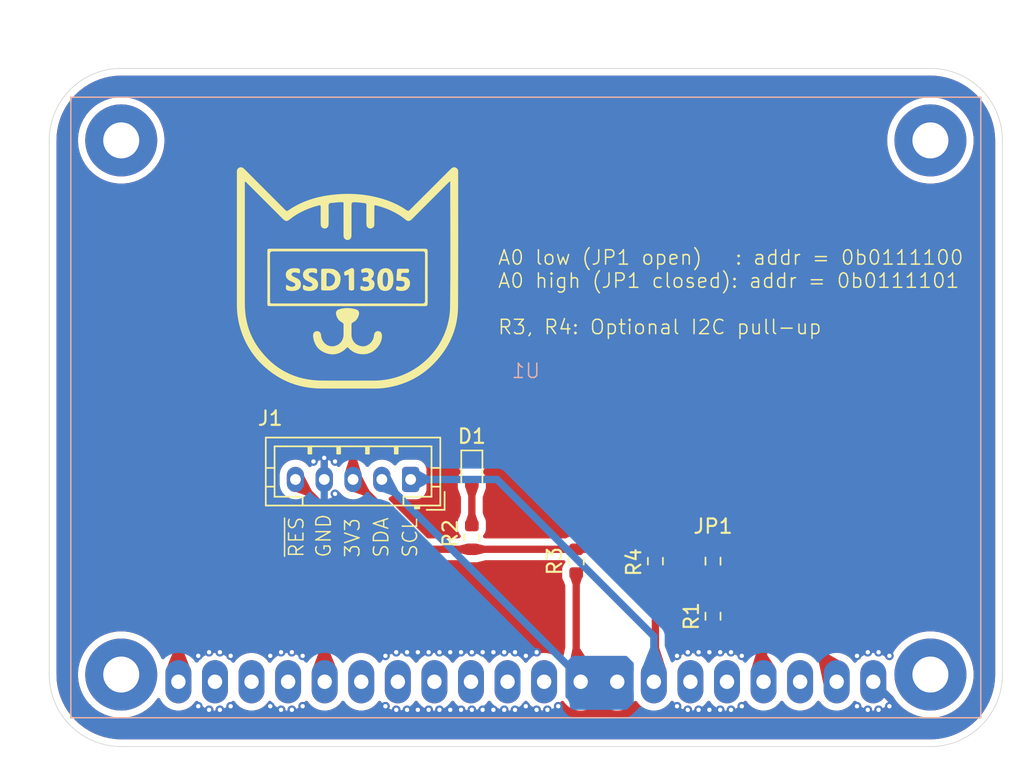
<source format=kicad_pcb>
(kicad_pcb (version 20241229) (generator "pcbnew") (generator_version "9.0")
  (layers (0 "F.Cu" signal) (2 "B.Cu" signal) (13 "F.Paste" user) (15 "B.Paste" user) (5 "F.SilkS" user "F.Silkscreen") (7 "B.SilkS" user "B.Silkscreen") (1 "F.Mask" user) (3 "B.Mask" user) (25 "Edge.Cuts" user))
  (net 0 "")
  (net 1 "Net-(D1-A)")
  (net 2 "GND")
  (net 3 "/SDA")
  (net 4 "/~{RES}")
  (net 5 "/SCL")
  (net 6 "+3V3")
  (net 7 "/A0")
  (footprint "Connector_JST:JST_PH_B5B-PH-K_1x05_P2.00mm_Vertical" (layer "F.Cu") (at 122.5 109.5 180)
    (property "Reference" "J1")
    (property "Value" "Conn_01x05_Pin")
  )
  (footprint "Resistor_SMD:R_0603_1608Metric_Pad0.98x0.95mm_HandSolder" (layer "F.Cu") (at 143.5 119 -90)
    (property "Reference" "R1")
    (property "Value" "15k")
  )
  (footprint "Resistor_SMD:R_0603_1608Metric_Pad0.98x0.95mm_HandSolder" (layer "F.Cu") (at 143.5 115.175 90)
    (property "Reference" "JP1")
    (property "Value" "SolderJumper_2_Open" (hide yes))
  )
  (footprint "Resistor_SMD:R_0603_1608Metric" (layer "F.Cu") (at 134 115.175 -90)
    (property "Reference" "R3")
    (property "Value" "2k2")
  )
  (footprint "Resistor_SMD:R_0603_1608Metric" (layer "F.Cu") (at 139.5 115.175 -90)
    (property "Reference" "R4")
    (property "Value" "2k2")
  )
  (footprint "Diode_SMD:D_0603_1608Metric" (layer "F.Cu") (at 126.75 108.97 -90)
    (property "Reference" "D1")
    (property "Value" "LED")
  )
  (footprint "Resistor_SMD:R_0603_1608Metric" (layer "F.Cu") (at 126.75 113.525 90)
    (property "Reference" "R2")
    (property "Value" "150R")
  )
  (footprint "ComponentLib:NHD-2.23-12832UCB3" (layer "B.Cu") (at 130.5 104.5 180)
    (property "Reference" "U1")
    (property "Value" "Display")
  )
  (gr_poly (pts (xy 114.479612 94.827535) (xy 114.537399 94.828929) (xy 114.585851 94.830862) (xy 114.629221 94.834413) (xy 114.649052 94.836864) (xy 114.667673 94.839803) (xy 114.685106 94.843259) (xy 114.70137 94.847259) (xy 114.716486 94.85183) (xy 114.730476 94.857001) (xy 114.743358 94.8628) (xy 114.755154 94.869255) (xy 114.765883 94.876393) (xy 114.775568 94.884243) (xy 114.784227 94.892832) (xy 114.791881 94.902189) (xy 114.798552 94.912341) (xy 114.804259 94.923317) (xy 114.809022 94.935144) (xy 114.812863 94.947849) (xy 114.815801 94.961462) (xy 114.817857 94.97601) (xy 114.819052 94.991521) (xy 114.819406 95.008023) (xy 114.818939 95.025544) (xy 114.817673 95.044112) (xy 114.812821 95.084499) (xy 114.805014 95.129408) (xy 114.794417 95.179063) (xy 114.786966 95.18041) (xy 114.779595 95.181361) (xy 114.7723 95.181937) (xy 114.765076 95.18216) (xy 114.757919 95.18205) (xy 114.750825 95.181631) (xy 114.736809 95.179944) (xy 114.722993 95.17727) (xy 114.709343 95.17378) (xy 114.695826 95.169643) (xy 114.682407 95.165032) (xy 114.629038 95.145246) (xy 114.615602 95.140817) (xy 114.60206 95.136937) (xy 114.588379 95.133775) (xy 114.574525 95.131503) (xy 114.529678 95.125832) (xy 114.50713 95.123285) (xy 114.484564 95.121195) (xy 114.462029 95.119761) (xy 114.439573 95.119182) (xy 114.42839 95.119275) (xy 114.417245 95.119656) (xy 114.406144 95.12035) (xy 114.395094 95.121383) (xy 114.381518 95.123128) (xy 114.368019 95.125411) (xy 114.354679 95.128276) (xy 114.341578 95.13177) (xy 114.328797 95.135936) (xy 114.316418 95.140819) (xy 114.304522 95.146463) (xy 114.293189 95.152915) (xy 114.282502 95.160219) (xy 114.277425 95.164204) (xy 114.27254 95.168418) (xy 114.267857 95.172868) (xy 114.263386 95.177559) (xy 114.259137 95.182496) (xy 114.25512 95.187686) (xy 114.251345 95.193133) (xy 114.247823 95.198843) (xy 114.244564 95.204823) (xy 114.241577 95.211076) (xy 114.238873 95.21761) (xy 114.236463 95.22443) (xy 114.234355 95.23154) (xy 114.232561 95.238948) (xy 114.231214 95.246135) (xy 114.230312 95.253124) (xy 114.229841 95.259919) (xy 114.229786 95.266524) (xy 114.230131 95.272943) (xy 114.23086 95.279181) (xy 114.23196 95.285242) (xy 114.233414 95.291131) (xy 114.235207 95.296852) (xy 114.237324 95.302409) (xy 114.23975 95.307807) (xy 114.242469 95.31305) (xy 114.245466 95.318142) (xy 114.248727 95.323088) (xy 114.252235 95.327892) (xy 114.255976 95.332558) (xy 114.264095 95.341495) (xy 114.27296 95.349933) (xy 114.28245 95.357908) (xy 114.292444 95.365455) (xy 114.302819 95.372608) (xy 114.313454 95.379402) (xy 114.324225 95.385871) (xy 114.335013 95.392052) (xy 114.369295 95.41083) (xy 114.403942 95.428955) (xy 114.438865 95.446587) (xy 114.473977 95.463887) (xy 114.544408 95.498129) (xy 114.614527 95.532963) (xy 114.648094 95.551226) (xy 114.679606 95.570757) (xy 114.694578 95.581002) (xy 114.70902 95.591568) (xy 114.722928 95.602459) (xy 114.736296 95.613675) (xy 114.749119 95.625219) (xy 114.761391 95.637091) (xy 114.773108 95.649294) (xy 114.784264 95.66183) (xy 114.794854 95.6747) (xy 114.804873 95.687906) (xy 114.814315 95.701449) (xy 114.823176 95.715332) (xy 114.831449 95.729556) (xy 114.83913 95.744123) (xy 114.846214 95.759034) (xy 114.852695 95.774292) (xy 114.858568 95.789898) (xy 114.863828 95.805853) (xy 114.86847 95.82216) (xy 114.872488 95.838821) (xy 114.875877 95.855836) (xy 114.878632 95.873208) (xy 114.880748 95.890939) (xy 114.882219 95.909029) (xy 114.883041 95.927482) (xy 114.883207 95.946299) (xy 114.882714 95.96548) (xy 114.881554 95.985029) (xy 114.877446 96.022619) (xy 114.874501 96.040709) (xy 114.870966 96.058332) (xy 114.866842 96.075491) (xy 114.862131 96.09219) (xy 114.856835 96.108432) (xy 114.850957 96.124219) (xy 114.844499 96.139554) (xy 114.837462 96.154441) (xy 114.829849 96.168882) (xy 114.821662 96.182881) (xy 114.812903 96.19644) (xy 114.803574 96.209562) (xy 114.793678 96.222251) (xy 114.783215 96.234508) (xy 114.772189 96.246338) (xy 114.760602 96.257744) (xy 114.748455 96.268727) (xy 114.735751 96.279292) (xy 114.722492 96.289441) (xy 114.708679 96.299176) (xy 114.679403 96.317421) (xy 114.64794 96.33405) (xy 114.614306 96.349087) (xy 114.578518 96.362556) (xy 114.540593 96.37448) (xy 114.515118 96.382704) (xy 114.489833 96.38961) (xy 114.464729 96.395297) (xy 114.439799 96.399861) (xy 114.415033 96.4034) (xy 114.390423 96.406012) (xy 114.36596 96.407793) (xy 114.341635 96.408841) (xy 114.31744 96.409253) (xy 114.293367 96.409128) (xy 114.245549 96.40765) (xy 114.150989 96.402519) (xy 114.09734 96.398612) (xy 114.049174 96.392773) (xy 114.027096 96.389056) (xy 114.006329 96.384769) (xy 113.986853 96.379884) (xy 113.968647 96.374371) (xy 113.951691 96.368202) (xy 113.935966 96.361347) (xy 113.921452 96.353778) (xy 113.908128 96.345467) (xy 113.895974 96.336383) (xy 113.884972 96.326498) (xy 113.875099 96.315784) (xy 113.866337 96.304212) (xy 113.858666 96.291751) (xy 113.852065 96.278375) (xy 113.846515 96.264053) (xy 113.841995 96.248758) (xy 113.838486 96.232459) (xy 113.835968 96.215129) (xy 113.83442 96.196738) (xy 113.833822 96.177258) (xy 113.834155 96.156659) (xy 113.835398 96.134912) (xy 113.837532 96.11199) (xy 113.840537 96.087863) (xy 113.849078 96.035877) (xy 113.860861 95.978726) (xy 113.986699 96.035909) (xy 114.111332 96.091984) (xy 114.123057 96.096899) (xy 114.134879 96.101289) (xy 114.146788 96.105163) (xy 114.158778 96.108535) (xy 114.170838 96.111416) (xy 114.18296 96.113817) (xy 114.195136 96.115749) (xy 114.207357 96.117225) (xy 114.219614 96.118257) (xy 114.2319 96.118855) (xy 114.244204 96.119031) (xy 114.256519 96.118798) (xy 114.268836 96.118165) (xy 114.281146 96.117147) (xy 114.293441 96.115752) (xy 114.305712 96.113995) (xy 114.334525 96.109039) (xy 114.348874 96.1061) (xy 114.363054 96.102726) (xy 114.376967 96.098819) (xy 114.390516 96.094285) (xy 114.403604 96.089028) (xy 114.416134 96.082951) (xy 114.428007 96.075959) (xy 114.433666 96.072089) (xy 114.439126 96.067955) (xy 114.444372 96.063544) (xy 114.449393 96.058844) (xy 114.454177 96.053844) (xy 114.458712 96.04853) (xy 114.462985 96.042892) (xy 114.466984 96.036917) (xy 114.470697 96.030593) (xy 114.474112 96.023908) (xy 114.477217 96.016851) (xy 114.479999 96.009408) (xy 114.482447 96.001569) (xy 114.484547 95.993322) (xy 114.486147 95.985293) (xy 114.487245 95.977519) (xy 114.48786 95.969994) (xy 114.488009 95.96271) (xy 114.487709 95.95566) (xy 114.486979 95.948839) (xy 114.485834 95.942238) (xy 114.484294 95.935852) (xy 114.482375 95.929673) (xy 114.480094 95.923694) (xy 114.47747 95.917909) (xy 114.474519 95.912311) (xy 114.47126 95.906892) (xy 114.467708 95.901647) (xy 114.463883 95.896568) (xy 114.459801 95.891648) (xy 114.45548 95.886881) (xy 114.450937 95.882259) (xy 114.441256 95.873426) (xy 114.430896 95.865094) (xy 114.419999 95.857208) (xy 114.408703 95.849714) (xy 114.397147 95.842556) (xy 114.373817 95.829032) (xy 114.344937 95.813305) (xy 114.315629 95.798345) (xy 114.286 95.783952) (xy 114.256161 95.769931) (xy 114.196284 95.742211) (xy 114.166465 95.728118) (xy 114.136869 95.713605) (xy 114.092994 95.690117) (xy 114.072347 95.677928) (xy 114.052559 95.665438) (xy 114.033627 95.652646) (xy 114.01555 95.639549) (xy 113.998327 95.626145) (xy 113.981955 95.61243) (xy 113.966433 95.598403) (xy 113.95176 95.584062) (xy 113.937934 95.569403) (xy 113.924953 95.554425) (xy 113.912816 95.539125) (xy 113.901521 95.523501) (xy 113.891066 95.50755) (xy 113.88145 95.49127) (xy 113.872671 95.474658) (xy 113.864727 95.457712) (xy 113.857618 95.44043) (xy 113.851341 95.422809) (xy 113.845894 95.404846) (xy 113.841276 95.386541) (xy 113.837486 95.367889) (xy 113.834522 95.348888) (xy 113.832382 95.329537) (xy 113.831064 95.309832) (xy 113.830567 95.289772) (xy 113.83089 95.269353) (xy 113.83203 95.248574) (xy 113.833986 95.227432) (xy 113.836757 95.205925) (xy 113.84034 95.18405) (xy 113.843934 95.166816) (xy 113.848425 95.149825) (xy 113.853797 95.133094) (xy 113.860028 95.116638) (xy 113.867101 95.100472) (xy 113.874996 95.084613) (xy 113.883695 95.069076) (xy 113.893178 95.053877) (xy 113.903426 95.03903) (xy 113.91442 95.024553) (xy 113.926141 95.01046) (xy 113.93857 94.996767) (xy 113.951688 94.983491) (xy 113.965476 94.970645) (xy 113.979915 94.958247) (xy 113.994986 94.946312) (xy 114.01067 94.934855) (xy 114.026948 94.923892) (xy 114.0438 94.913439) (xy 114.061208 94.903511) (xy 114.079153 94.894124) (xy 114.097615 94.885294) (xy 114.116576 94.877037) (xy 114.136017 94.869367) (xy 114.155918 94.862301) (xy 114.17626 94.855854) (xy 114.197025 94.850042) (xy 114.218194 94.844881) (xy 114.239746 94.840386) (xy 114.261664 94.836573) (xy 114.283928 94.833457) (xy 114.30652 94.831054) (xy 114.335226 94.828921) (xy 114.364016 94.827576) (xy 114.392869 94.826893) (xy 114.421765 94.826743)) (fill yes) (layer "F.SilkS"))
  (gr_poly (pts (xy 119.468551 94.822625) (xy 119.492111 94.823649) (xy 119.515614 94.825312) (xy 119.539049 94.827593) (xy 119.562402 94.830473) (xy 119.585663 94.833931) (xy 119.60882 94.837948) (xy 119.640074 94.844652) (xy 119.669949 94.852869) (xy 119.698424 94.862539) (xy 119.725478 94.873602) (xy 119.751091 94.885999) (xy 119.775243 94.89967) (xy 119.797913 94.914556) (xy 119.819081 94.930598) (xy 119.838726 94.947735) (xy 119.856829 94.96591) (xy 119.873369 94.985061) (xy 119.888325 95.00513) (xy 119.901677 95.026058) (xy 119.913405 95.047784) (xy 119.923488 95.070249) (xy 119.931907 95.093395) (xy 119.93864 95.117161) (xy 119.943668 95.141488) (xy 119.946969 95.166316) (xy 119.948524 95.191587) (xy 119.948312 95.21724) (xy 119.946313 95.243217) (xy 119.942507 95.269457) (xy 119.936873 95.295902) (xy 119.92939 95.322491) (xy 119.920039 95.349166) (xy 119.908799 95.375867) (xy 119.89565 95.402535) (xy 119.880571 95.429109) (xy 119.863542 95.455531) (xy 119.844542 95.481742) (xy 119.823552 95.507681) (xy 119.807076 95.521045) (xy 119.799407 95.527579) (xy 119.792308 95.534042) (xy 119.785923 95.540456) (xy 119.783042 95.54365) (xy 119.780393 95.546841) (xy 119.777995 95.550029) (xy 119.775863 95.553217) (xy 119.774018 95.55641) (xy 119.772476 95.559607) (xy 119.771256 95.562814) (xy 119.770375 95.566031) (xy 119.769851 95.569262) (xy 119.769702 95.57251) (xy 119.769946 95.575777) (xy 119.770601 95.579065) (xy 119.771685 95.582377) (xy 119.773215 95.585716) (xy 119.77521 95.589084) (xy 119.777688 95.592485) (xy 119.780665 95.59592) (xy 119.784161 95.599392) (xy 119.788193 95.602905) (xy 119.792779 95.606459) (xy 119.797937 95.610059) (xy 119.803685 95.613707) (xy 119.819807 95.62387) (xy 119.835188 95.634327) (xy 119.849831 95.645075) (xy 119.863743 95.656111) (xy 119.876929 95.66743) (xy 119.889393 95.679031) (xy 119.901142 95.690909) (xy 119.91218 95.703062) (xy 119.922512 95.715485) (xy 119.932144 95.728175) (xy 119.941082 95.74113) (xy 119.949329 95.754346) (xy 119.956891 95.767819) (xy 119.963775 95.781547) (xy 119.969984 95.795525) (xy 119.975524 95.809751) (xy 119.9804 95.824221) (xy 119.984618 95.838931) (xy 119.988183 95.85388) (xy 119.991099 95.869062) (xy 119.993372 95.884475) (xy 119.995008 95.900116) (xy 119.996012 95.915981) (xy 119.996388 95.932067) (xy 119.996142 95.94837) (xy 119.99528 95.964887) (xy 119.993806 95.981616) (xy 119.991725 95.998551) (xy 119.989044 96.015691) (xy 119.985766 96.033032) (xy 119.977444 96.068302) (xy 119.972126 96.086836) (xy 119.966217 96.104726) (xy 119.959731 96.121981) (xy 119.952681 96.138613) (xy 119.94508 96.154633) (xy 119.936941 96.170051) (xy 119.928277 96.184878) (xy 119.919102 96.199125) (xy 119.909429 96.212802) (xy 119.899269 96.225919) (xy 119.888638 96.238489) (xy 119.877547 96.25052) (xy 119.86601 96.262025) (xy 119.85404 96.273013) (xy 119.84165 96.283496) (xy 119.828853 96.293484) (xy 119.815662 96.302987) (xy 119.80209 96.312017) (xy 119.773857 96.3287) (xy 119.744258 96.343616) (xy 119.713399 96.356852) (xy 119.681383 96.368492) (xy 119.648315 96.378624) (xy 119.614301 96.387331) (xy 119.579445 96.3947) (xy 119.556139 96.398853) (xy 119.532733 96.402432) (xy 119.509239 96.405433) (xy 119.48567 96.407854) (xy 119.462039 96.409691) (xy 119.438359 96.410942) (xy 119.414643 96.411604) (xy 119.390905 96.411673) (xy 119.367156 96.411146) (xy 119.34341 96.41002) (xy 119.31968 96.408293) (xy 119.295978 96.405961) (xy 119.272318 96.403021) (xy 119.248713 96.399471) (xy 119.225175 96.395306) (xy 119.201718 96.390524) (xy 119.165764 96.381851) (xy 119.149229 96.37716) (xy 119.133644 96.372207) (xy 119.119 96.366972) (xy 119.105289 96.361435) (xy 119.092502 96.355578) (xy 119.080631 96.34938) (xy 119.069666 96.342822) (xy 119.0596 96.335884) (xy 119.050423 96.328547) (xy 119.042127 96.32079) (xy 119.034702 96.312595) (xy 119.028142 96.303942) (xy 119.022436 96.294812) (xy 119.017576 96.285184) (xy 119.013554 96.275039) (xy 119.010361 96.264357) (xy 119.007988 96.253119) (xy 119.006426 96.241306) (xy 119.005668 96.228897) (xy 119.005703 96.215873) (xy 119.006525 96.202215) (xy 119.008123 96.187903) (xy 119.010489 96.172917) (xy 119.013616 96.157238) (xy 119.017493 96.140846) (xy 119.022112 96.123721) (xy 119.033544 96.087196) (xy 119.047841 96.047506) (xy 119.135898 96.075894) (xy 119.180107 96.089869) (xy 119.202344 96.096406) (xy 119.224702 96.102491) (xy 119.247207 96.108011) (xy 119.269884 96.112853) (xy 119.292756 96.116904) (xy 119.31585 96.12005) (xy 119.33919 96.122178) (xy 119.362802 96.123175) (xy 119.386709 96.122927) (xy 119.410937 96.121322) (xy 119.433059 96.118772) (xy 119.454347 96.11536) (xy 119.474725 96.111017) (xy 119.494116 96.10567) (xy 119.512444 96.09925) (xy 119.529635 96.091685) (xy 119.537779 96.087451) (xy 119.545611 96.082905) (xy 119.55312 96.078036) (xy 119.560297 96.072838) (xy 119.567133 96.0673) (xy 119.573617 96.061414) (xy 119.579741 96.055171) (xy 119.585495 96.048562) (xy 119.59087 96.041579) (xy 119.595855 96.034212) (xy 119.600442 96.026453) (xy 119.604621 96.018292) (xy 119.608383 96.009721) (xy 119.611718 96.000732) (xy 119.614616 95.991315) (xy 119.617068 95.981461) (xy 119.619065 95.971161) (xy 119.620597 95.960407) (xy 119.621655 95.94919) (xy 119.622228 95.937501) (xy 119.622259 95.926377) (xy 119.621735 95.915683) (xy 119.620673 95.90541) (xy 119.619091 95.895548) (xy 119.617003 95.886088) (xy 119.614426 95.877018) (xy 119.611378 95.868331) (xy 119.607873 95.860017) (xy 119.603929 95.852064) (xy 119.599561 95.844465) (xy 119.594786 95.837209) (xy 119.58962 95.830287) (xy 119.58408 95.823689) (xy 119.578182 95.817405) (xy 119.571942 95.811426) (xy 119.565377 95.805742) (xy 119.558503 95.800343) (xy 119.551335 95.79522) (xy 119.543892 95.790363) (xy 119.536188 95.785762) (xy 119.520065 95.777291) (xy 119.503097 95.769729) (xy 119.485415 95.762999) (xy 119.467149 95.757024) (xy 119.448431 95.751727) (xy 119.42939 95.747029) (xy 119.422435 95.745546) (xy 119.415413 95.744282) (xy 119.408332 95.743223) (xy 119.401198 95.742356) (xy 119.394018 95.741668) (xy 119.3868 95.741146) (xy 119.372279 95.740543) (xy 119.357691 95.740442) (xy 119.343094 95.740735) (xy 119.328546 95.741315) (xy 119.314103 95.742075) (xy 119.29583 95.742664) (xy 119.278711 95.742258) (xy 119.262749 95.740802) (xy 119.255203 95.739664) (xy 119.247947 95.738243) (xy 119.240982 95.736532) (xy 119.234308 95.734525) (xy 119.227926 95.732214) (xy 119.221835 95.729594) (xy 119.216037 95.726657) (xy 119.210532 95.723396) (xy 119.205319 95.719805) (xy 119.2004 95.715877) (xy 119.195774 95.711604) (xy 119.191443 95.706981) (xy 119.187406 95.702) (xy 119.183664 95.696655) (xy 119.180218 95.690939) (xy 119.177066 95.684844) (xy 119.174211 95.678365) (xy 119.171652 95.671494) (xy 119.16939 95.664225) (xy 119.167425 95.65655) (xy 119.165758 95.648464) (xy 119.164388 95.639958) (xy 119.163316 95.631027) (xy 119.162543 95.621664) (xy 119.162069 95.611861) (xy 119.161895 95.601612) (xy 119.162252 95.582619) (xy 119.16346 95.564953) (xy 119.165581 95.548607) (xy 119.167003 95.540929) (xy 119.168675 95.533579) (xy 119.170607 95.526558) (xy 119.172805 95.519865) (xy 119.175278 95.513498) (xy 119.178032 95.507459) (xy 119.181076 95.501745) (xy 119.184418 95.496357) (xy 119.188065 95.491294) (xy 119.192024 95.486556) (xy 119.196304 95.482142) (xy 119.200912 95.478051) (xy 119.205857 95.474283) (xy 119.211145 95.470837) (xy 119.216784 95.467713) (xy 119.222782 95.464911) (xy 119.229147 95.462429) (xy 119.235887 95.460268) (xy 119.243008 95.458426) (xy 119.25052 95.456903) (xy 119.258429 95.455699) (xy 119.266744 95.454814) (xy 119.275471 95.454245) (xy 119.284619 95.453994) (xy 119.294196 95.454059) (xy 119.304209 95.45444) (xy 119.313229 95.454756) (xy 119.322306 95.454767) (xy 119.331429 95.454487) (xy 119.340587 95.453929) (xy 119.349768 95.453109) (xy 119.358962 95.452041) (xy 119.368158 95.450738) (xy 119.377345 95.449216) (xy 119.395648 95.445568) (xy 119.413783 95.441212) (xy 119.431663 95.436262) (xy 119.4492 95.43083) (xy 119.465128 95.425183) (xy 119.480326 95.418808) (xy 119.494726 95.411694) (xy 119.508259 95.403829) (xy 119.514678 95.39961) (xy 119.520854 95.3952) (xy 119.526779 95.390596) (xy 119.532444 95.385798) (xy 119.53784 95.380802) (xy 119.542959 95.375609) (xy 119.547792 95.370216) (xy 119.55233 95.364622) (xy 119.556564 95.358826) (xy 119.560487 95.352826) (xy 119.564089 95.346621) (xy 119.567361 95.34021) (xy 119.570296 95.33359) (xy 119.572884 95.32676) (xy 119.575117 95.31972) (xy 119.576986 95.312467) (xy 119.578482 95.305) (xy 119.579597 95.297318) (xy 119.580322 95.289418) (xy 119.580649 95.281301) (xy 119.580569 95.272964) (xy 119.580073 95.264405) (xy 119.579152 95.255624) (xy 119.577799 95.246618) (xy 119.576092 95.237812) (xy 119.57408 95.229375) (xy 119.571768 95.221299) (xy 119.56916 95.213579) (xy 119.566262 95.206206) (xy 119.563079 95.199174) (xy 119.559616 95.192475) (xy 119.555878 95.186103) (xy 119.55187 95.18005) (xy 119.547598 95.174309) (xy 119.543067 95.168872) (xy 119.538281 95.163734) (xy 119.533246 95.158886) (xy 119.527967 95.154322) (xy 119.522449 95.150034) (xy 119.516698 95.146015) (xy 119.510718 95.142258) (xy 119.504515 95.138756) (xy 119.498093 95.135502) (xy 119.491458 95.132489) (xy 119.484616 95.129709) (xy 119.47757 95.127156) (xy 119.470327 95.124822) (xy 119.462891 95.1227) (xy 119.447463 95.119063) (xy 119.431326 95.11619) (xy 119.414521 95.114022) (xy 119.397091 95.112502) (xy 119.378222 95.111724) (xy 119.359537 95.111914) (xy 119.341021 95.112963) (xy 119.322656 95.114762) (xy 119.304426 95.117202) (xy 119.286316 95.120175) (xy 119.250385 95.127282) (xy 119.179225 95.143093) (xy 119.143734 95.150055) (xy 119.125954 95.152919) (xy 119.108127 95.155227) (xy 119.093669 95.120461) (xy 119.081842 95.088741) (xy 119.072716 95.059866) (xy 119.069188 95.046433) (xy 119.066363 95.033635) (xy 119.064249 95.021449) (xy 119.062855 95.009848) (xy 119.06219 94.998808) (xy 119.062263 94.988303) (xy 119.063083 94.978309) (xy 119.064659 94.9688) (xy 119.067 94.959751) (xy 119.070115 94.951137) (xy 119.074012 94.942933) (xy 119.078701 94.935114) (xy 119.08419 94.927654) (xy 119.090489 94.920529) (xy 119.097607 94.913713) (xy 119.105552 94.907182) (xy 119.114333 94.90091) (xy 119.12396 94.894872) (xy 119.13444 94.889043) (xy 119.145784 94.883397) (xy 119.171097 94.872558) (xy 119.199971 94.862152) (xy 119.232475 94.85198) (xy 119.255942 94.845501) (xy 119.279472 94.839863) (xy 119.303053 94.835047) (xy 119.326673 94.831032) (xy 119.350321 94.827797) (xy 119.373985 94.825323) (xy 119.397651 94.823589) (xy 119.421309 94.822574) (xy 119.444947 94.82226)) (fill yes) (layer "F.SilkS"))
  (gr_poly (pts (xy 115.663564 94.827574) (xy 115.721473 94.828695) (xy 115.771124 94.830128) (xy 115.815405 94.83298) (xy 115.854526 94.837523) (xy 115.872217 94.840512) (xy 115.888697 94.844024) (xy 115.903991 94.848093) (xy 115.918126 94.852752) (xy 115.931128 94.858035) (xy 115.943024 94.863977) (xy 115.953839 94.870609) (xy 115.963599 94.877967) (xy 115.972331 94.886083) (xy 115.980062 94.894991) (xy 115.986816 94.904725) (xy 115.992621 94.915318) (xy 115.997502 94.926805) (xy 116.001487 94.939218) (xy 116.0046 94.952592) (xy 116.006868 94.966959) (xy 116.008317 94.982354) (xy 116.008974 94.99881) (xy 116.008864 95.016361) (xy 116.008014 95.03504) (xy 116.004198 95.075918) (xy 115.997736 95.121713) (xy 115.988837 95.172693) (xy 115.982978 95.175697) (xy 115.977178 95.178233) (xy 115.971434 95.180325) (xy 115.965745 95.181993) (xy 115.960107 95.18326) (xy 115.954518 95.184147) (xy 115.948975 95.184678) (xy 115.943475 95.184872) (xy 115.938017 95.184754) (xy 115.932598 95.184343) (xy 115.927214 95.183664) (xy 115.921863 95.182736) (xy 115.911252 95.180225) (xy 115.900744 95.176986) (xy 115.890317 95.173195) (xy 115.879952 95.169027) (xy 115.859323 95.16026) (xy 115.849018 95.156013) (xy 115.838693 95.152091) (xy 115.828325 95.148668) (xy 115.817895 95.145921) (xy 115.769781 95.13449) (xy 115.745805 95.128897) (xy 115.721771 95.123868) (xy 115.709706 95.121679) (xy 115.697596 95.119768) (xy 115.68543 95.118179) (xy 115.673197 95.116958) (xy 115.660887 95.11615) (xy 115.64849 95.115801) (xy 115.635995 95.115956) (xy 115.623392 95.116661) (xy 115.607154 95.118111) (xy 115.590991 95.119965) (xy 115.574999 95.122306) (xy 115.55927 95.125218) (xy 115.543899 95.128784) (xy 115.528978 95.13309) (xy 115.514602 95.138218) (xy 115.500863 95.144251) (xy 115.487856 95.151275) (xy 115.481657 95.155184) (xy 115.475675 95.159372) (xy 115.469923 95.16385) (xy 115.464412 95.168627) (xy 115.459155 95.173714) (xy 115.454162 95.179123) (xy 115.449446 95.184862) (xy 115.445018 95.190943) (xy 115.44089 95.197377) (xy 115.437074 95.204173) (xy 115.433581 95.211342) (xy 115.430423 95.218895) (xy 115.427611 95.226841) (xy 115.425158 95.235192) (xy 115.42319 95.243625) (xy 115.421815 95.251795) (xy 115.421012 95.25971) (xy 115.420759 95.267377) (xy 115.421034 95.274802) (xy 115.421815 95.281992) (xy 115.42308 95.288955) (xy 115.424808 95.295698) (xy 115.426977 95.302227) (xy 115.429565 95.308549) (xy 115.43255 95.314672) (xy 115.43591 95.320601) (xy 115.439623 95.326345) (xy 115.443668 95.33191) (xy 115.448023 95.337303) (xy 115.452666 95.342531) (xy 115.457575 95.347601) (xy 115.462729 95.35252) (xy 115.473681 95.361932) (xy 115.485349 95.370824) (xy 115.497558 95.379249) (xy 115.510134 95.387265) (xy 115.522901 95.394926) (xy 115.548312 95.409408) (xy 115.577338 95.424993) (xy 115.606872 95.439661) (xy 115.636769 95.45368) (xy 115.666882 95.467317) (xy 115.727171 95.49452) (xy 115.757055 95.508621) (xy 115.786569 95.523414) (xy 115.806453 95.534103) (xy 115.825641 95.545126) (xy 115.844131 95.556479) (xy 115.861923 95.56816) (xy 115.879016 95.580164) (xy 115.895407 95.592489) (xy 115.911097 95.605132) (xy 115.926083 95.618089) (xy 115.940365 95.631356) (xy 115.953941 95.644931) (xy 115.96681 95.658811) (xy 115.978971 95.672991) (xy 115.990423 95.68747) (xy 116.001164 95.702242) (xy 116.011193 95.717306) (xy 116.02051 95.732658) (xy 116.029112 95.748294) (xy 116.037 95.764212) (xy 116.04417 95.780408) (xy 116.050623 95.796879) (xy 116.056357 95.813621) (xy 116.061371 95.830631) (xy 116.065663 95.847907) (xy 116.069233 95.865444) (xy 116.07208 95.883239) (xy 116.074201 95.90129) (xy 116.075596 95.919593) (xy 116.076263 95.938144) (xy 116.076203 95.95694) (xy 116.075412 95.975979) (xy 116.07389 95.995256) (xy 116.071636 96.014769) (xy 116.068822 96.033306) (xy 116.065385 96.051415) (xy 116.061325 96.069095) (xy 116.056639 96.086345) (xy 116.051328 96.103164) (xy 116.04539 96.119552) (xy 116.038825 96.135507) (xy 116.03163 96.15103) (xy 116.023806 96.166119) (xy 116.015352 96.180774) (xy 116.006265 96.194994) (xy 115.996546 96.208778) (xy 115.986194 96.222125) (xy 115.975207 96.235035) (xy 115.963584 96.247506) (xy 115.951324 96.259539) (xy 115.938427 96.271133) (xy 115.924892 96.282286) (xy 115.910717 96.292998) (xy 115.895901 96.303268) (xy 115.880444 96.313095) (xy 115.864344 96.32248) (xy 115.847601 96.33142) (xy 115.830214 96.339915) (xy 115.81218 96.347965) (xy 115.793501 96.355569) (xy 115.754198 96.369434) (xy 115.712298 96.381506) (xy 115.667793 96.391777) (xy 115.643292 96.396442) (xy 115.618721 96.400439) (xy 115.59409 96.403786) (xy 115.569409 96.406498) (xy 115.544689 96.408591) (xy 115.519939 96.410081) (xy 115.49517 96.410985) (xy 115.470391 96.411317) (xy 115.445614 96.411094) (xy 115.420847 96.410332) (xy 115.371388 96.407254) (xy 115.322094 96.402211) (xy 115.273047 96.39533) (xy 115.231587 96.387894) (xy 115.194271 96.379305) (xy 115.177121 96.374526) (xy 115.160951 96.369396) (xy 115.145743 96.363895) (xy 115.131477 96.358001) (xy 115.118136 96.351694) (xy 115.1057 96.344953) (xy 115.094152 96.337757) (xy 115.083472 96.330085) (xy 115.073641 96.321917) (xy 115.064641 96.313231) (xy 115.056454 96.304008) (xy 115.049061 96.294225) (xy 115.042443 96.283863) (xy 115.036581 96.2729) (xy 115.031457 96.261316) (xy 115.027053 96.24909) (xy 115.023349 96.236201) (xy 115.020327 96.222628) (xy 115.017968 96.20835) (xy 115.016253 96.193347) (xy 115.015165 96.177598) (xy 115.014684 96.161082) (xy 115.01547 96.125665) (xy 115.018461 96.08693) (xy 115.023509 96.044711) (xy 115.024679 96.037023) (xy 115.026001 96.029914) (xy 115.027476 96.023371) (xy 115.029103 96.017377) (xy 115.03088 96.011918) (xy 115.032807 96.006977) (xy 115.034883 96.002539) (xy 115.037107 95.998589) (xy 115.039479 95.995112) (xy 115.041998 95.992092) (xy 115.044663 95.989513) (xy 115.047473 95.987361) (xy 115.050427 95.985619) (xy 115.053525 95.984273) (xy 115.056766 95.983306) (xy 115.060149 95.982704) (xy 115.063673 95.982451) (xy 115.067338 95.982532) (xy 115.071143 95.982931) (xy 115.075086 95.983633) (xy 115.079168 95.984622) (xy 115.083387 95.985883) (xy 115.087743 95.987401) (xy 115.092235 95.98916) (xy 115.101623 95.99334) (xy 115.111545 95.998299) (xy 115.121995 96.003914) (xy 115.132967 96.010062) (xy 115.160135 96.026902) (xy 115.187271 96.042697) (xy 115.214402 96.05733) (xy 115.241557 96.070688) (xy 115.268762 96.082655) (xy 115.296045 96.093115) (xy 115.323434 96.101955) (xy 115.350955 96.109059) (xy 115.378638 96.114311) (xy 115.406508 96.117597) (xy 115.434595 96.118801) (xy 115.462925 96.117809) (xy 115.47719 96.116453) (xy 115.491525 96.114505) (xy 115.505936 96.11195) (xy 115.520425 96.108774) (xy 115.534995 96.104963) (xy 115.54965 96.100502) (xy 115.564393 96.095376) (xy 115.579228 96.089572) (xy 115.590346 96.084715) (xy 115.600846 96.079591) (xy 115.610726 96.074214) (xy 115.619983 96.068596) (xy 115.628612 96.062748) (xy 115.636611 96.056685) (xy 115.643976 96.050418) (xy 115.650703 96.043959) (xy 115.65679 96.037322) (xy 115.662233 96.030519) (xy 115.667028 96.023562) (xy 115.671172 96.016464) (xy 115.674661 96.009238) (xy 115.677493 96.001896) (xy 115.679663 95.99445) (xy 115.681169 95.986913) (xy 115.682006 95.979298) (xy 115.682172 95.971617) (xy 115.681663 95.963882) (xy 115.680476 95.956107) (xy 115.678607 95.948304) (xy 115.676053 95.940484) (xy 115.67281 95.932662) (xy 115.668875 95.924849) (xy 115.664245 95.917057) (xy 115.658916 95.9093) (xy 115.652885 95.90159) (xy 115.646148 95.893939) (xy 115.638701 95.88636) (xy 115.630543 95.878865) (xy 115.621668 95.871468) (xy 115.612075 95.86418) (xy 115.596244 95.853044) (xy 115.580083 95.84235) (xy 115.563622 95.832059) (xy 115.546892 95.822133) (xy 115.512741 95.803226) (xy 115.477871 95.785322) (xy 115.335979 95.717643) (xy 115.291907 95.694729) (xy 115.271141 95.682826) (xy 115.251219 95.670621) (xy 115.232141 95.658112) (xy 115.213905 95.645293) (xy 115.196508 95.632162) (xy 115.179951 95.618715) (xy 115.16423 95.604949) (xy 115.149345 95.590859) (xy 115.135294 95.576444) (xy 115.122076 95.561698) (xy 115.109688 95.546619) (xy 115.09813 95.531202) (xy 115.087401 95.515446) (xy 115.077497 95.499345) (xy 115.068419 95.482897) (xy 115.060164 95.466097) (xy 115.052731 95.448943) (xy 115.046118 95.431431) (xy 115.040324 95.413557) (xy 115.035348 95.395318) (xy 115.031187 95.37671) (xy 115.027841 95.35773) (xy 115.025307 95.338374) (xy 115.023585 95.318639) (xy 115.022673 95.298521) (xy 115.022569 95.278017) (xy 115.023271 95.257123) (xy 115.024779 95.235835) (xy 115.02709 95.214151) (xy 115.030204 95.192066) (xy 115.033446 95.174499) (xy 115.037582 95.157187) (xy 115.042594 95.140147) (xy 115.048464 95.123392) (xy 115.055175 95.106939) (xy 115.06271 95.090801) (xy 115.071051 95.074995) (xy 115.08018 95.059535) (xy 115.09008 95.044436) (xy 115.100733 95.029714) (xy 115.112123 95.015383) (xy 115.12423 95.001459) (xy 115.137038 94.987956) (xy 115.150529 94.97489) (xy 115.164686 94.962275) (xy 115.179492 94.950128) (xy 115.194927 94.938462) (xy 115.210976 94.927293) (xy 115.22762 94.916637) (xy 115.244843 94.906507) (xy 115.262625 94.896919) (xy 115.280951 94.887889) (xy 115.299802 94.879431) (xy 115.319161 94.87156) (xy 115.33901 94.864292) (xy 115.359332 94.857641) (xy 115.380109 94.851623) (xy 115.401324 94.846252) (xy 115.422959 94.841544) (xy 115.444997 94.837514) (xy 115.46742 94.834176) (xy 115.490211 94.831547) (xy 115.518934 94.829206) (xy 115.547754 94.827745) (xy 115.57665 94.827009) (xy 115.605598 94.826839)) (fill yes) (layer "F.SilkS"))
  (gr_poly (pts (xy 118.19577 97.596906) (xy 118.27011 97.60165) (xy 118.3444 97.609219) (xy 118.41862 97.619596) (xy 118.492753 97.632762) (xy 118.566777 97.6487) (xy 118.640676 97.667391) (xy 118.71443 97.688817) (xy 118.730519 97.694178) (xy 118.745967 97.700102) (xy 118.760771 97.706574) (xy 118.77493 97.713582) (xy 118.788444 97.721112) (xy 118.80131 97.729152) (xy 118.813528 97.737689) (xy 118.825095 97.746708) (xy 118.836011 97.756197) (xy 118.846274 97.766144) (xy 118.855883 97.776533) (xy 118.864837 97.787354) (xy 118.873133 97.798591) (xy 118.880772 97.810233) (xy 118.88775 97.822266) (xy 118.894068 97.834677) (xy 118.899724 97.847452) (xy 118.904715 97.860579) (xy 118.909042 97.874044) (xy 118.912702 97.887834) (xy 118.915694 97.901937) (xy 118.918018 97.916338) (xy 118.91967 97.931025) (xy 118.920651 97.945984) (xy 118.920959 97.961203) (xy 118.920592 97.976668) (xy 118.919549 97.992367) (xy 118.917829 98.008285) (xy 118.91543 98.024409) (xy 118.912351 98.040728) (xy 118.90859 98.057227) (xy 118.904147 98.073893) (xy 118.891682 98.114737) (xy 118.877854 98.154648) (xy 118.862611 98.193568) (xy 118.845902 98.231436) (xy 118.827678 98.268195) (xy 118.807888 98.303786) (xy 118.78648 98.338149) (xy 118.763406 98.371225) (xy 118.738613 98.402956) (xy 118.712052 98.433283) (xy 118.683672 98.462147) (xy 118.653422 98.489489) (xy 118.621253 98.515249) (xy 118.587112 98.53937) (xy 118.550951 98.561792) (xy 118.512718 98.582456) (xy 118.496082 98.59134) (xy 118.488277 98.595914) (xy 118.480808 98.600582) (xy 118.473671 98.605351) (xy 118.466862 98.610223) (xy 118.460375 98.615206) (xy 118.454208 98.620303) (xy 118.448354 98.62552) (xy 118.442811 98.630861) (xy 118.437573 98.636332) (xy 118.432637 98.641937) (xy 118.427998 98.647683) (xy 118.423652 98.653573) (xy 118.419593 98.659612) (xy 118.415819 98.665807) (xy 118.412325 98.67216) (xy 118.409105 98.678679) (xy 118.406157 98.685367) (xy 118.403475 98.69223) (xy 118.401056 98.699273) (xy 118.398894 98.7065) (xy 118.396986 98.713917) (xy 118.395327 98.721529) (xy 118.393913 98.729341) (xy 118.39274 98.737357) (xy 118.391802 98.745583) (xy 118.391097 98.754024) (xy 118.390364 98.771569) (xy 118.390506 98.790033) (xy 118.392347 98.868505) (xy 118.393308 98.947002) (xy 118.393443 99.104048) (xy 118.39255 99.418199) (xy 118.393525 99.458817) (xy 118.395982 99.498675) (xy 118.399903 99.537754) (xy 118.405272 99.576034) (xy 118.412072 99.613496) (xy 118.420287 99.650118) (xy 118.429899 99.685882) (xy 118.440893 99.720768) (xy 118.453251 99.754756) (xy 118.466957 99.787826) (xy 118.481994 99.819958) (xy 118.498345 99.851133) (xy 118.515994 99.88133) (xy 118.534924 99.91053) (xy 118.555118 99.938714) (xy 118.576559 99.96586) (xy 118.599231 99.99195) (xy 118.623118 100.016964) (xy 118.648201 100.040882) (xy 118.674466 100.063684) (xy 118.701894 100.08535) (xy 118.73047 100.10586) (xy 118.760176 100.125195) (xy 118.790996 100.143335) (xy 118.822914 100.16026) (xy 118.855911 100.175951) (xy 118.889973 100.190386) (xy 118.925081 100.203548) (xy 118.96122 100.215415) (xy 118.998373 100.225968) (xy 119.036522 100.235188) (xy 119.075652 100.243054) (xy 119.107956 100.248064) (xy 119.14026 100.251401) (xy 119.172526 100.253086) (xy 119.204717 100.253142) (xy 119.236794 100.251591) (xy 119.268721 100.248455) (xy 119.300459 100.243757) (xy 119.33197 100.237519) (xy 119.363217 100.229763) (xy 119.394162 100.220512) (xy 119.424767 100.209788) (xy 119.454995 100.197613) (xy 119.484808 100.18401) (xy 119.514168 100.169001) (xy 119.543037 100.152608) (xy 119.571378 100.134853) (xy 119.599152 100.11576) (xy 119.626323 100.095349) (xy 119.652853 100.073645) (xy 119.678702 100.050668) (xy 119.703835 100.026441) (xy 119.728213 100.000987) (xy 119.751799 99.974328) (xy 119.774554 99.946485) (xy 119.796441 99.917483) (xy 119.817423 99.887342) (xy 119.837461 99.856085) (xy 119.856517 99.823735) (xy 119.874555 99.790313) (xy 119.891536 99.755842) (xy 119.907423 99.720345) (xy 119.922177 99.683844) (xy 119.941633 99.566813) (xy 119.950393 99.512533) (xy 119.958405 99.459396) (xy 119.960875 99.444194) (xy 119.963862 99.429351) (xy 119.967354 99.414874) (xy 119.971343 99.400773) (xy 119.975818 99.387059) (xy 119.980769 99.373739) (xy 119.986188 99.360824) (xy 119.992063 99.348322) (xy 119.998384 99.336244) (xy 120.005143 99.324598) (xy 120.012328 99.313395) (xy 120.019931 99.302643) (xy 120.027941 99.292352) (xy 120.036348 99.282531) (xy 120.045142 99.27319) (xy 120.054314 99.264337) (xy 120.063853 99.255983) (xy 120.07375 99.248137) (xy 120.083994 99.240808) (xy 120.094577 99.234006) (xy 120.105487 99.22774) (xy 120.116715 99.222019) (xy 120.128252 99.216853) (xy 120.140086 99.212251) (xy 120.152209 99.208223) (xy 120.16461 99.204778) (xy 120.17728 99.201925) (xy 120.190208 99.199674) (xy 120.203385 99.198034) (xy 120.2168 99.197014) (xy 120.230445 99.196625) (xy 120.244308 99.196875) (xy 120.258254 99.197761) (xy 120.271917 99.19926) (xy 120.285289 99.201361) (xy 120.298361 99.204054) (xy 120.311125 99.207332) (xy 120.32357 99.211184) (xy 120.33569 99.2156) (xy 120.347475 99.220571) (xy 120.358916 99.226088) (xy 120.370004 99.232142) (xy 120.380732 99.238722) (xy 120.39109 99.24582) (xy 120.401069 99.253426) (xy 120.410661 99.26153) (xy 120.419857 99.270123) (xy 120.428649 99.279195) (xy 120.437027 99.288738) (xy 120.444983 99.298742) (xy 120.452508 99.309196) (xy 120.459594 99.320093) (xy 120.466231 99.331422) (xy 120.472411 99.343173) (xy 120.478126 99.355338) (xy 120.483366 99.367907) (xy 120.488123 99.38087) (xy 120.492388 99.394219) (xy 120.496153 99.407943) (xy 120.499408 99.422033) (xy 120.502146 99.436479) (xy 120.504356 99.451273) (xy 120.506031 99.466405) (xy 120.507162 99.481865) (xy 120.508621 99.542352) (xy 120.506439 99.602729) (xy 120.500724 99.662884) (xy 120.491582 99.722705) (xy 120.479121 99.782078) (xy 120.463447 99.84089) (xy 120.444668 99.899029) (xy 120.42289 99.956382) (xy 120.398221 100.012836) (xy 120.370768 100.068277) (xy 120.340638 100.122595) (xy 120.307937 100.175674) (xy 120.272773 100.227404) (xy 120.235253 100.27767) (xy 120.195484 100.32636) (xy 120.153573 100.373361) (xy 120.109627 100.41856) (xy 120.063752 100.461845) (xy 120.016057 100.503102) (xy 119.966649 100.54222) (xy 119.915633 100.579084) (xy 119.863117 100.613582) (xy 119.809209 100.645601) (xy 119.754015 100.675029) (xy 119.697643 100.701753) (xy 119.640199 100.725659) (xy 119.58179 100.746635) (xy 119.522524 100.764568) (xy 119.462507 100.779345) (xy 119.401847 100.790854) (xy 119.340651 100.798981) (xy 119.279025 100.803614) (xy 119.199635 100.805489) (xy 119.121779 100.80371) (xy 119.045456 100.798249) (xy 118.970663 100.78908) (xy 118.8974 100.776176) (xy 118.825667 100.75951) (xy 118.75546 100.739056) (xy 118.686781 100.714786) (xy 118.619626 100.686674) (xy 118.553996 100.654694) (xy 118.489889 100.618818) (xy 118.427303 100.57902) (xy 118.366238 100.535273) (xy 118.306693 100.487551) (xy 118.248666 100.435826) (xy 118.192157 100.380072) (xy 118.183757 100.371636) (xy 118.175152 100.363453) (xy 118.166423 100.355497) (xy 118.157651 100.347744) (xy 118.140304 100.332745) (xy 118.131893 100.325451) (xy 118.123764 100.318259) (xy 118.116737 100.320653) (xy 118.109951 100.323255) (xy 118.103396 100.326056) (xy 118.097061 100.329045) (xy 118.090935 100.332212) (xy 118.085008 100.335546) (xy 118.079269 100.339038) (xy 118.073708 100.342677) (xy 118.063075 100.350355) (xy 118.053025 100.358499) (xy 118.043472 100.367027) (xy 118.034332 100.375856) (xy 118.025519 100.384905) (xy 118.016949 100.394092) (xy 118.000198 100.412549) (xy 117.983397 100.430573) (xy 117.974766 100.439218) (xy 117.965868 100.447508) (xy 117.887691 100.513405) (xy 117.808157 100.572783) (xy 117.727295 100.625625) (xy 117.645135 100.671912) (xy 117.561707 100.711626) (xy 117.477041 100.744748) (xy 117.391168 100.77126) (xy 117.304116 100.791143) (xy 117.215918 100.804379) (xy 117.126601 100.81095) (xy 117.036197 100.810837) (xy 116.944736 100.804022) (xy 116.852247 100.790486) (xy 116.75876 100.770211) (xy 116.664307 100.743178) (xy 116.568916 100.70937) (xy 116.522611 100.690567) (xy 116.477651 100.670634) (xy 116.434028 100.64958) (xy 116.39174 100.627415) (xy 116.350779 100.604149) (xy 116.311143 100.579792) (xy 116.272824 100.554353) (xy 116.235819 100.527842) (xy 116.200122 100.50027) (xy 116.165728 100.471645) (xy 116.132632 100.441979) (xy 116.10083 100.411279) (xy 116.070315 100.379558) (xy 116.041084 100.346823) (xy 116.01313 100.313086) (xy 115.98645 100.278356) (xy 115.961037 100.242642) (xy 115.936887 100.205955) (xy 115.913995 100.168304) (xy 115.892356 100.129699) (xy 115.852815 100.049668) (xy 115.818225 99.965939) (xy 115.788544 99.878591) (xy 115.763734 99.787702) (xy 115.743753 99.693352) (xy 115.72856 99.595619) (xy 115.724651 99.560758) (xy 115.723229 99.543273) (xy 115.722254 99.525781) (xy 115.721797 99.508305) (xy 115.721927 99.490868) (xy 115.722716 99.473491) (xy 115.724232 99.456198) (xy 115.726546 99.439011) (xy 115.729728 99.421952) (xy 115.733847 99.405043) (xy 115.738974 99.388308) (xy 115.745178 99.371768) (xy 115.75253 99.355447) (xy 115.7611 99.339366) (xy 115.770957 99.323547) (xy 115.783332 99.30618) (xy 115.796345 99.290005) (xy 115.803088 99.282371) (xy 115.809987 99.275043) (xy 115.817041 99.268024) (xy 115.824249 99.261315) (xy 115.83161 99.254921) (xy 115.839122 99.248842) (xy 115.846784 99.243083) (xy 115.854596 99.237646) (xy 115.862555 99.232533) (xy 115.870662 99.227746) (xy 115.878914 99.22329) (xy 115.887311 99.219165) (xy 115.895851 99.215375) (xy 115.904533 99.211923) (xy 115.913357 99.208811) (xy 115.92232 99.206041) (xy 115.931422 99.203617) (xy 115.940662 99.201541) (xy 115.950038 99.199816) (xy 115.95955 99.198444) (xy 115.969196 99.197427) (xy 115.978974 99.196769) (xy 115.988885 99.196473) (xy 115.998926 99.19654) (xy 116.009097 99.196973) (xy 116.019396 99.197776) (xy 116.029823 99.19895) (xy 116.040375 99.200499) (xy 116.063635 99.205105) (xy 116.074828 99.207934) (xy 116.085728 99.211109) (xy 116.096336 99.214628) (xy 116.106651 99.218487) (xy 116.116672 99.222685) (xy 116.1264 99.227217) (xy 116.135833 99.232081) (xy 116.144971 99.237274) (xy 116.153814 99.242794) (xy 116.162362 99.248637) (xy 116.170613 99.254801) (xy 116.178568 99.261282) (xy 116.186226 99.268078) (xy 116.193586 99.275187) (xy 116.200649 99.282604) (xy 116.207413 99.290327) (xy 116.213879 99.298354) (xy 116.220046 99.306681) (xy 116.225913 99.315306) (xy 116.23148 99.324225) (xy 116.241713 99.342936) (xy 116.250741 99.362792) (xy 116.25856 99.383769) (xy 116.265167 99.405845) (xy 116.270558 99.428995) (xy 116.274916 99.453265) (xy 116.278439 99.477714) (xy 116.284224 99.526869) (xy 116.287107 99.551438) (xy 116.290398 99.575908) (xy 116.294407 99.600211) (xy 116.296777 99.612278) (xy 116.299444 99.624276) (xy 116.308781 99.660293) (xy 116.319564 99.695581) (xy 116.33175 99.730106) (xy 116.345296 99.763836) (xy 116.360159 99.796738) (xy 116.376295 99.828777) (xy 116.39366 99.859921) (xy 116.412213 99.890137) (xy 116.431908 99.919391) (xy 116.452703 99.947651) (xy 116.474554 99.974883) (xy 116.497419 100.001053) (xy 116.521253 100.026129) (xy 116.546014 100.050078) (xy 116.571658 100.072866) (xy 116.598141 100.09446) (xy 116.625421 100.114826) (xy 116.653453 100.133932) (xy 116.682196 100.151745) (xy 116.711604 100.168231) (xy 116.741636 100.183357) (xy 116.772247 100.197089) (xy 116.803394 100.209395) (xy 116.835034 100.220241) (xy 116.867123 100.229595) (xy 116.899619 100.237422) (xy 116.932478 100.243691) (xy 116.965656 100.248366) (xy 116.99911 100.251416) (xy 117.032797 100.252807) (xy 117.066673 100.252506) (xy 117.100695 100.25048) (xy 117.139118 100.246352) (xy 117.176899 100.240583) (xy 117.214002 100.233207) (xy 117.250394 100.224258) (xy 117.286039 100.213771) (xy 117.320902 100.201779) (xy 117.354948 100.188318) (xy 117.388142 100.173422) (xy 117.420449 100.157124) (xy 117.451834 100.13946) (xy 117.482263 100.120463) (xy 117.511699 100.100168) (xy 117.540109 100.078609) (xy 117.567456 100.055821) (xy 117.593707 100.031838) (xy 117.618826 100.006693) (xy 117.642777 99.980422) (xy 117.665527 99.953059) (xy 117.687041 99.924638) (xy 117.707282 99.895194) (xy 117.726216 99.86476) (xy 117.743808 99.833371) (xy 117.760024 99.801062) (xy 117.774828 99.767866) (xy 117.788184 99.733819) (xy 117.800059 99.698954) (xy 117.810417 99.663305) (xy 117.819223 99.626908) (xy 117.826443 99.589796) (xy 117.83204 99.552003) (xy 117.83598 99.513564) (xy 117.838229 99.474514) (xy 117.840506 99.3878) (xy 117.841474 99.301042) (xy 117.841075 99.127442) (xy 117.840221 98.953815) (xy 117.840621 98.867023) (xy 117.842103 98.780261) (xy 117.842102 98.762747) (xy 117.841196 98.746166) (xy 117.839367 98.730474) (xy 117.8366 98.715623) (xy 117.832879 98.701569) (xy 117.828188 98.688267) (xy 117.82251 98.675671) (xy 117.815829 98.663735) (xy 117.808131 98.652413) (xy 117.799397 98.641661) (xy 117.789613 98.631433) (xy 117.778763 98.621682) (xy 117.76683 98.612365) (xy 117.753798 98.603434) (xy 117.739651 98.594845) (xy 117.724374 98.586553) (xy 117.686383 98.565643) (xy 117.650358 98.543085) (xy 117.616259 98.518925) (xy 117.584052 98.493205) (xy 117.5537 98.46597) (xy 117.525164 98.437264) (xy 117.498409 98.407131) (xy 117.473399 98.375614) (xy 117.450095 98.342759) (xy 117.428462 98.308609) (xy 117.408463 98.273208) (xy 117.390061 98.2366) (xy 117.373218 98.198829) (xy 117.3579 98.159939) (xy 117.344068 98.119975) (xy 117.331686 98.07898) (xy 117.323016 98.04377) (xy 117.317113 98.009662) (xy 117.31398 97.976722) (xy 117.313454 97.960711) (xy 117.313623 97.945015) (xy 117.314486 97.929644) (xy 117.316045 97.914606) (xy 117.318301 97.899908) (xy 117.321253 97.885559) (xy 117.324903 97.871567) (xy 117.329251 97.85794) (xy 117.334297 97.844686) (xy 117.340043 97.831813) (xy 117.346488 97.81933) (xy 117.353634 97.807245) (xy 117.361481 97.795565) (xy 117.37003 97.784299) (xy 117.37928 97.773455) (xy 117.389234 97.763041) (xy 117.399891 97.753065) (xy 117.411252 97.743536) (xy 117.423318 97.734461) (xy 117.436089 97.725848) (xy 117.449566 97.717707) (xy 117.463749 97.710044) (xy 117.478639 97.702868) (xy 117.494237 97.696188) (xy 117.510543 97.69001) (xy 117.527558 97.684344) (xy 117.601501 97.662845) (xy 117.675564 97.644333) (xy 117.749728 97.628792) (xy 117.823974 97.616203) (xy 117.898283 97.606548) (xy 117.972636 97.599808) (xy 118.047014 97.595967) (xy 118.121398 97.595006)) (fill yes) (layer "F.SilkS"))
  (gr_poly (pts (xy 116.884942 94.861743) (xy 116.933221 94.864343) (xy 116.981645 94.868334) (xy 117.030221 94.873949) (xy 117.078957 94.881418) (xy 117.127862 94.890973) (xy 117.176943 94.902845) (xy 117.210055 94.917358) (xy 117.241949 94.932747) (xy 117.272624 94.949) (xy 117.302075 94.966108) (xy 117.3303 94.984061) (xy 117.357295 95.002849) (xy 117.383058 95.022461) (xy 117.407585 95.042887) (xy 117.430872 95.064118) (xy 117.452918 95.086142) (xy 117.473719 95.108951) (xy 117.493271 95.132533) (xy 117.511572 95.156879) (xy 117.528618 95.181979) (xy 117.544406 95.207822) (xy 117.558934 95.234399) (xy 117.572198 95.261699) (xy 117.584195 95.289711) (xy 117.594922 95.318427) (xy 117.604376 95.347836) (xy 117.612553 95.377927) (xy 117.619451 95.408691) (xy 117.625067 95.440117) (xy 117.629396 95.472196) (xy 117.632437 95.504916) (xy 117.634186 95.538269) (xy 117.63464 95.572244) (xy 117.633795 95.60683) (xy 117.63165 95.642019) (xy 117.6282 95.677798) (xy 117.623442 95.71416) (xy 117.617374 95.751092) (xy 117.610634 95.784872) (xy 117.602768 95.817896) (xy 117.593794 95.850147) (xy 117.583728 95.881607) (xy 117.572588 95.912258) (xy 117.560391 95.942085) (xy 117.547154 95.971068) (xy 117.532896 95.99919) (xy 117.517631 96.026435) (xy 117.50138 96.052785) (xy 117.484157 96.078222) (xy 117.465981 96.102729) (xy 117.446869 96.126288) (xy 117.426838 96.148882) (xy 117.405906 96.170494) (xy 117.384089 96.191106) (xy 117.361405 96.210701) (xy 117.337871 96.229262) (xy 117.313504 96.24677) (xy 117.288322 96.263209) (xy 117.262342 96.278561) (xy 117.235581 96.292808) (xy 117.208057 96.305934) (xy 117.179786 96.317921) (xy 117.150786 96.328751) (xy 117.121075 96.338408) (xy 117.090668 96.346873) (xy 117.059585 96.354129) (xy 117.027841 96.360159) (xy 116.995454 96.364945) (xy 116.962442 96.36847) (xy 116.928821 96.370717) (xy 116.866991 96.372904) (xy 116.805107 96.373869) (xy 116.681233 96.373567) (xy 116.557316 96.372677) (xy 116.495377 96.372908) (xy 116.433471 96.374066) (xy 116.414675 96.374122) (xy 116.39723 96.373166) (xy 116.389009 96.372296) (xy 116.381119 96.371157) (xy 116.373559 96.369745) (xy 116.366325 96.368054) (xy 116.359415 96.36608) (xy 116.352828 96.363817) (xy 116.346561 96.36126) (xy 116.340612 96.358405) (xy 116.334978 96.355245) (xy 116.329658 96.351776) (xy 116.324649 96.347993) (xy 116.319948 96.34389) (xy 116.315555 96.339463) (xy 116.311465 96.334707) (xy 116.307678 96.329616) (xy 116.304191 96.324185) (xy 116.301001 96.318409) (xy 116.298107 96.312283) (xy 116.295506 96.305803) (xy 116.293196 96.298962) (xy 116.291175 96.291755) (xy 116.28944 96.284179) (xy 116.287989 96.276227) (xy 116.286821 96.267894) (xy 116.285932 96.259176) (xy 116.28532 96.250067) (xy 116.284921 96.230656) (xy 116.285674 95.975608) (xy 116.654756 95.975608) (xy 116.654821 95.987359) (xy 116.65534 95.998441) (xy 116.656374 96.008855) (xy 116.657982 96.018601) (xy 116.65902 96.023223) (xy 116.660225 96.027679) (xy 116.661603 96.031969) (xy 116.663163 96.036091) (xy 116.664912 96.040048) (xy 116.666857 96.043837) (xy 116.669006 96.047461) (xy 116.671367 96.050918) (xy 116.673947 96.054209) (xy 116.676753 96.057334) (xy 116.679793 96.060293) (xy 116.683075 96.063086) (xy 116.686607 96.065713) (xy 116.690395 96.068174) (xy 116.694447 96.07047) (xy 116.698771 96.072599) (xy 116.703374 96.074564) (xy 116.708264 96.076362) (xy 116.713449 96.077995) (xy 116.718936 96.079463) (xy 116.724732 96.080766) (xy 116.730845 96.081903) (xy 116.737282 96.082875) (xy 116.744052 96.083682) (xy 116.762852 96.085232) (xy 116.781624 96.085962) (xy 116.818983 96.085015) (xy 116.855938 96.080946) (xy 116.892296 96.073859) (xy 116.927864 96.06386) (xy 116.962448 96.051052) (xy 116.995855 96.035541) (xy 117.027894 96.017431) (xy 117.05837 95.996827) (xy 117.087092 95.973833) (xy 117.113865 95.948555) (xy 117.138497 95.921096) (xy 117.160796 95.891561) (xy 117.17101 95.876048) (xy 117.180568 95.860056) (xy 117.189446 95.843596) (xy 117.19762 95.826684) (xy 117.205066 95.80933) (xy 117.21176 95.79155) (xy 117.221327 95.762435) (xy 117.229447 95.733785) (xy 117.236124 95.705614) (xy 117.241361 95.677935) (xy 117.245161 95.650759) (xy 117.247528 95.624101) (xy 117.248466 95.597972) (xy 117.247977 95.572385) (xy 117.246066 95.547352) (xy 117.242735 95.522888) (xy 117.237988 95.499004) (xy 117.231828 95.475712) (xy 117.224259 95.453027) (xy 117.215285 95.43096) (xy 117.204908 95.409524) (xy 117.193132 95.388732) (xy 117.17996 95.368597) (xy 117.165397 95.349131) (xy 117.149445 95.330347) (xy 117.132108 95.312257) (xy 117.113388 95.294875) (xy 117.093291 95.278214) (xy 117.071818 95.262285) (xy 117.048974 95.247102) (xy 117.024762 95.232677) (xy 116.999185 95.219023) (xy 116.972247 95.206153) (xy 116.943951 95.194079) (xy 116.9143 95.182814) (xy 116.883298 95.172371) (xy 116.850949 95.162763) (xy 116.817256 95.154002) (xy 116.797878 95.15268) (xy 116.779665 95.152451) (xy 116.762634 95.153379) (xy 116.754566 95.154297) (xy 116.746801 95.155528) (xy 116.73934 95.15708) (xy 116.732184 95.158961) (xy 116.725336 95.161179) (xy 116.718799 95.163741) (xy 116.712573 95.166656) (xy 116.706662 95.169932) (xy 116.701068 95.173576) (xy 116.695791 95.177597) (xy 116.690836 95.182002) (xy 116.686203 95.186799) (xy 116.681894 95.191996) (xy 116.677912 95.197602) (xy 116.67426 95.203623) (xy 116.670938 95.210069) (xy 116.667949 95.216946) (xy 116.665296 95.224263) (xy 116.662979 95.232028) (xy 116.661002 95.240248) (xy 116.659366 95.248932) (xy 116.658074 95.258087) (xy 116.657128 95.267722) (xy 116.656529 95.277844) (xy 116.65628 95.288461) (xy 116.656382 95.299582) (xy 116.658833 95.468529) (xy 116.658635 95.637543) (xy 116.654756 95.975608) (xy 116.285674 95.975608) (xy 116.286748 95.611355) (xy 116.284885 94.992044) (xy 116.28516 94.976127) (xy 116.286178 94.961172) (xy 116.287991 94.947196) (xy 116.290653 94.934212) (xy 116.292319 94.928098) (xy 116.294218 94.922237) (xy 116.296355 94.916633) (xy 116.298738 94.911286) (xy 116.301374 94.906199) (xy 116.304268 94.901374) (xy 116.307429 94.896813) (xy 116.310862 94.892517) (xy 116.314574 94.888488) (xy 116.318572 94.884729) (xy 116.322862 94.881242) (xy 116.327452 94.878027) (xy 116.332348 94.875088) (xy 116.337556 94.872426) (xy 116.343084 94.870042) (xy 116.348937 94.86794) (xy 116.355124 94.866121) (xy 116.361649 94.864586) (xy 116.368521 94.863338) (xy 116.375746 94.862378) (xy 116.38333 94.86171) (xy 116.39128 94.861333) (xy 116.399604 94.861251) (xy 116.408306 94.861465) (xy 116.502931 94.863329) (xy 116.597843 94.862439) (xy 116.788784 94.859797)) (fill yes) (layer "F.SilkS"))
  (gr_poly (pts (xy 120.802094 94.828643) (xy 120.825696 94.830025) (xy 120.8487 94.832208) (xy 120.871111 94.835195) (xy 120.892928 94.838987) (xy 120.914154 94.843584) (xy 120.93479 94.848989) (xy 120.954837 94.855204) (xy 120.974298 94.862229) (xy 120.993174 94.870067) (xy 121.011467 94.878718) (xy 121.029178 94.888185) (xy 121.046309 94.89847) (xy 121.062861 94.909572) (xy 121.078836 94.921495) (xy 121.094236 94.93424) (xy 121.109063 94.947808) (xy 121.123317 94.962201) (xy 121.137001 94.977421) (xy 121.150117 94.993468) (xy 121.162665 95.010345) (xy 121.174647 95.028053) (xy 121.186066 95.046594) (xy 121.196922 95.065969) (xy 121.207217 95.086179) (xy 121.216954 95.107227) (xy 121.226133 95.129114) (xy 121.242825 95.175411) (xy 121.257306 95.225083) (xy 121.26959 95.278141) (xy 121.276584 95.312311) (xy 121.280865 95.332762) (xy 121.286111 95.357248) (xy 121.294125 95.440475) (xy 121.299994 95.522439) (xy 121.303081 95.603258) (xy 121.303381 95.643275) (xy 121.302746 95.683049) (xy 121.301095 95.722597) (xy 121.29835 95.761931) (xy 121.29443 95.801068) (xy 121.289255 95.840021) (xy 121.282746 95.878806) (xy 121.274823 95.917437) (xy 121.265405 95.955929) (xy 121.254413 95.994296) (xy 121.236574 96.046755) (xy 121.226816 96.071621) (xy 121.216499 96.095579) (xy 121.205619 96.118632) (xy 121.194175 96.140782) (xy 121.182167 96.16203) (xy 121.169591 96.182378) (xy 121.156446 96.201828) (xy 121.142732 96.220382) (xy 121.128445 96.238042) (xy 121.113585 96.254808) (xy 121.09815 96.270684) (xy 121.082138 96.28567) (xy 121.065548 96.299769) (xy 121.048378 96.312982) (xy 121.030626 96.325312) (xy 121.012291 96.336759) (xy 120.993371 96.347326) (xy 120.973865 96.357015) (xy 120.95377 96.365827) (xy 120.933086 96.373764) (xy 120.91181 96.380828) (xy 120.889941 96.387021) (xy 120.867478 96.392343) (xy 120.844418 96.396799) (xy 120.82076 96.400388) (xy 120.796503 96.403113) (xy 120.771645 96.404975) (xy 120.746183 96.405977) (xy 120.720118 96.406119) (xy 120.693446 96.405405) (xy 120.670463 96.404008) (xy 120.647985 96.401785) (xy 120.626013 96.398737) (xy 120.60455 96.394865) (xy 120.583598 96.390171) (xy 120.56316 96.384656) (xy 120.543237 96.378321) (xy 120.523833 96.371167) (xy 120.504949 96.363196) (xy 120.486587 96.354408) (xy 120.468751 96.344805) (xy 120.451441 96.334388) (xy 120.434661 96.323159) (xy 120.418413 96.311118) (xy 120.402698 96.298267) (xy 120.38752 96.284607) (xy 120.37288 96.270139) (xy 120.358782 96.254864) (xy 120.345226 96.238784) (xy 120.332215 96.2219) (xy 120.319753 96.204212) (xy 120.30784 96.185723) (xy 120.296479 96.166433) (xy 120.285673 96.146344) (xy 120.275424 96.125457) (xy 120.265733 96.103773) (xy 120.248039 96.058019) (xy 120.232608 96.009091) (xy 120.219458 95.957) (xy 120.210084 95.9118) (xy 120.202176 95.866619) (xy 120.19573 95.821461) (xy 120.190742 95.776331) (xy 120.187206 95.731232) (xy 120.185117 95.686168) (xy 120.185023 95.679672) (xy 120.564567 95.679672) (xy 120.567129 95.716442) (xy 120.568697 95.753307) (xy 120.570041 95.790193) (xy 120.571927 95.827024) (xy 120.573314 95.845394) (xy 120.575123 95.863722) (xy 120.577453 95.881997) (xy 120.580397 95.900212) (xy 120.584053 95.918355) (xy 120.588516 95.936417) (xy 120.593882 95.95439) (xy 120.600247 95.972263) (xy 120.610704 95.998152) (xy 120.616286 96.01077) (xy 120.622195 96.023053) (xy 120.628497 96.034912) (xy 120.635262 96.046259) (xy 120.642557 96.057005) (xy 120.650449 96.067063) (xy 120.659006 96.076344) (xy 120.663555 96.080665) (xy 120.668297 96.084759) (xy 120.673238 96.088615) (xy 120.678388 96.092221) (xy 120.683755 96.095566) (xy 120.689348 96.09864) (xy 120.695175 96.101432) (xy 120.701244 96.10393) (xy 120.707565 96.106123) (xy 120.714145 96.108001) (xy 120.720993 96.109551) (xy 120.728117 96.110765) (xy 120.735527 96.111629) (xy 120.74323 96.112133) (xy 120.751266 96.112257) (xy 120.75903 96.111972) (xy 120.766526 96.111289) (xy 120.773758 96.110221) (xy 120.780732 96.108782) (xy 120.787451 96.106986) (xy 120.79392 96.104843) (xy 120.800143 96.102368) (xy 120.806124 96.099574) (xy 120.811869 96.096474) (xy 120.817381 96.09308) (xy 120.822666 96.089405) (xy 120.827726 96.085463) (xy 120.832568 96.081267) (xy 120.837194 96.076828) (xy 120.84161 96.072162) (xy 120.845821 96.067279) (xy 120.849829 96.062194) (xy 120.853641 96.056919) (xy 120.85726 96.051468) (xy 120.863938 96.040086) (xy 120.869898 96.028153) (xy 120.875176 96.015773) (xy 120.879807 96.003049) (xy 120.883826 95.990085) (xy 120.88727 95.976985) (xy 120.897575 95.931336) (xy 120.906486 95.885645) (xy 120.914004 95.83992) (xy 120.920129 95.794167) (xy 120.924862 95.74839) (xy 120.928202 95.702597) (xy 120.930151 95.656792) (xy 120.930709 95.610982) (xy 120.929875 95.565173) (xy 120.927651 95.51937) (xy 120.924037 95.473581) (xy 120.919034 95.427809) (xy 120.912641 95.382062) (xy 120.90486 95.336345) (xy 120.89569 95.290665) (xy 120.885132 95.245027) (xy 120.881766 95.232655) (xy 120.877823 95.220583) (xy 120.87328 95.208879) (xy 120.868117 95.197612) (xy 120.862312 95.186848) (xy 120.855844 95.176656) (xy 120.848692 95.167103) (xy 120.844853 95.162588) (xy 120.840835 95.158258) (xy 120.836636 95.154122) (xy 120.832252 95.150188) (xy 120.827681 95.146465) (xy 120.822921 95.142962) (xy 120.817969 95.139685) (xy 120.812822 95.136645) (xy 120.807478 95.13385) (xy 120.801933 95.131308) (xy 120.796186 95.129028) (xy 120.790233 95.127017) (xy 120.784073 95.125285) (xy 120.777702 95.12384) (xy 120.771117 95.122691) (xy 120.764316 95.121846) (xy 120.757297 95.121313) (xy 120.750057 95.121102) (xy 120.742868 95.121223) (xy 120.735919 95.121677) (xy 120.729206 95.122454) (xy 120.722722 95.123545) (xy 120.716462 95.124939) (xy 120.710418 95.126627) (xy 120.704587 95.128599) (xy 120.698961 95.130846) (xy 120.693534 95.133358) (xy 120.688302 95.136125) (xy 120.683257 95.139137) (xy 120.678395 95.142385) (xy 120.673708 95.145859) (xy 120.669192 95.149549) (xy 120.66484 95.153446) (xy 120.660647 95.15754) (xy 120.656606 95.161821) (xy 120.652712 95.166279) (xy 120.64534 95.17569) (xy 120.638484 95.185694) (xy 120.632097 95.196214) (xy 120.626131 95.207172) (xy 120.62054 95.21849) (xy 120.615276 95.230092) (xy 120.610292 95.241899) (xy 120.601022 95.266548) (xy 120.593203 95.291415) (xy 120.586708 95.316532) (xy 120.58141 95.341929) (xy 120.577179 95.367637) (xy 120.573889 95.393685) (xy 120.571411 95.420105) (xy 120.569617 95.446928) (xy 120.567573 95.501903) (xy 120.566731 95.558856) (xy 120.566071 95.61803) (xy 120.564567 95.679672) (xy 120.185023 95.679672) (xy 120.18447 95.641143) (xy 120.18526 95.596161) (xy 120.187482 95.551227) (xy 120.191132 95.506343) (xy 120.196203 95.461514) (xy 120.202692 95.416744) (xy 120.210593 95.372037) (xy 120.219901 95.327397) (xy 120.230612 95.282827) (xy 120.242719 95.238332) (xy 120.25076 95.211918) (xy 120.259412 95.186391) (xy 120.268674 95.161748) (xy 120.278547 95.13799) (xy 120.289029 95.115116) (xy 120.300122 95.093124) (xy 120.311825 95.072015) (xy 120.324138 95.051786) (xy 120.33706 95.032438) (xy 120.350592 95.01397) (xy 120.364732 94.996381) (xy 120.379482 94.97967) (xy 120.394841 94.963836) (xy 120.410808 94.948878) (xy 120.427384 94.934797) (xy 120.444568 94.92159) (xy 120.46236 94.909258) (xy 120.48076 94.897799) (xy 120.499768 94.887212) (xy 120.519383 94.877498) (xy 120.539606 94.868654) (xy 120.560436 94.860681) (xy 120.581873 94.853578) (xy 120.603917 94.847343) (xy 120.626568 94.841976) (xy 120.649825 94.837476) (xy 120.673688 94.833842) (xy 120.698158 94.831074) (xy 120.723233 94.829171) (xy 120.748915 94.828132) (xy 120.775202 94.827956)) (fill yes) (layer "F.SilkS"))
  (gr_poly (pts (xy 118.454886 94.81871) (xy 118.465823 94.82023) (xy 118.476258 94.822568) (xy 118.486189 94.825721) (xy 118.495612 94.829687) (xy 118.504524 94.834466) (xy 118.512923 94.840054) (xy 118.520805 94.846452) (xy 118.528168 94.853656) (xy 118.535008 94.861665) (xy 118.541322 94.870477) (xy 118.547108 94.880092) (xy 118.552363 94.890506) (xy 118.557083 94.901718) (xy 118.561266 94.913727) (xy 118.564908 94.92653) (xy 118.568007 94.940126) (xy 118.57056 94.954514) (xy 118.572563 94.969692) (xy 118.574014 94.985657) (xy 118.57491 95.002408) (xy 118.575248 95.019944) (xy 118.574615 95.605272) (xy 118.574827 95.897921) (xy 118.577529 96.190534) (xy 118.577272 96.216459) (xy 118.576631 96.228564) (xy 118.575641 96.240112) (xy 118.574296 96.251112) (xy 118.572591 96.261573) (xy 118.570519 96.271506) (xy 118.568076 96.28092) (xy 118.565255 96.289826) (xy 118.56205 96.298234) (xy 118.558457 96.306153) (xy 118.554468 96.313593) (xy 118.550079 96.320565) (xy 118.545284 96.327077) (xy 118.540078 96.333141) (xy 118.534453 96.338766) (xy 118.528405 96.343961) (xy 118.521929 96.348738) (xy 118.515017 96.353105) (xy 118.507666 96.357073) (xy 118.499868 96.360651) (xy 118.491618 96.36385) (xy 118.482911 96.366679) (xy 118.473741 96.369149) (xy 118.464102 96.371268) (xy 118.453988 96.373048) (xy 118.432314 96.375628) (xy 118.408673 96.376968) (xy 118.383019 96.377147) (xy 118.358376 96.376262) (xy 118.33572 96.374284) (xy 118.31501 96.371146) (xy 118.305372 96.369121) (xy 118.296205 96.366782) (xy 118.287503 96.364119) (xy 118.279262 96.361124) (xy 118.271477 96.357789) (xy 118.264142 96.354106) (xy 118.257252 96.350067) (xy 118.250803 96.345662) (xy 118.244787 96.340883) (xy 118.239202 96.335723) (xy 118.234041 96.330173) (xy 118.2293 96.324224) (xy 118.224972 96.317869) (xy 118.221054 96.311098) (xy 118.217539 96.303904) (xy 118.214423 96.296278) (xy 118.211701 96.288212) (xy 118.209367 96.279697) (xy 118.207416 96.270725) (xy 118.205843 96.261288) (xy 118.204643 96.251378) (xy 118.203811 96.240985) (xy 118.203228 96.218721) (xy 118.204055 96.194429) (xy 118.206471 96.143021) (xy 118.20774 96.091352) (xy 118.208112 96.039244) (xy 118.20784 95.986518) (xy 118.205324 95.765889) (xy 118.205308 95.299894) (xy 118.200256 95.296673) (xy 118.195336 95.293864) (xy 118.190544 95.291447) (xy 118.185873 95.289403) (xy 118.181319 95.287713) (xy 118.176877 95.286356) (xy 118.172541 95.285314) (xy 118.168307 95.284567) (xy 118.16417 95.284096) (xy 118.160123 95.283882) (xy 118.156163 95.283904) (xy 118.152284 95.284144) (xy 118.148481 95.284582) (xy 118.144749 95.285199) (xy 118.137477 95.286891) (xy 118.130428 95.289064) (xy 118.12356 95.291565) (xy 118.110205 95.296924) (xy 118.103637 95.299472) (xy 118.097087 95.301726) (xy 118.090515 95.30353) (xy 118.087208 95.304215) (xy 118.083879 95.304729) (xy 118.077969 95.305682) (xy 118.071942 95.307031) (xy 118.059588 95.310721) (xy 118.046925 95.315409) (xy 118.034056 95.320705) (xy 118.008124 95.331557) (xy 117.995272 95.336332) (xy 117.982636 95.340154) (xy 117.976433 95.341584) (xy 117.970322 95.34263) (xy 117.964319 95.343242) (xy 117.958436 95.343372) (xy 117.952685 95.34297) (xy 117.947081 95.341988) (xy 117.941637 95.340377) (xy 117.936365 95.338088) (xy 117.931279 95.335073) (xy 117.926392 95.331282) (xy 117.921717 95.326668) (xy 117.917267 95.32118) (xy 117.913056 95.31477) (xy 117.909096 95.30739) (xy 117.905402 95.298991) (xy 117.901985 95.289523) (xy 117.896363 95.271706) (xy 117.891144 95.253532) (xy 117.886541 95.235109) (xy 117.882768 95.216541) (xy 117.88004 95.197935) (xy 117.87857 95.179396) (xy 117.878572 95.16103) (xy 117.879191 95.151945) (xy 117.880259 95.142943) (xy 117.881802 95.134038) (xy 117.883846 95.125242) (xy 117.886418 95.116568) (xy 117.889546 95.10803) (xy 117.893255 95.099642) (xy 117.897573 95.091416) (xy 117.902526 95.083365) (xy 117.908142 95.075503) (xy 117.914445 95.067844) (xy 117.921465 95.060399) (xy 117.929226 95.053183) (xy 117.937756 95.046209) (xy 117.947082 95.03949) (xy 117.957231 95.033038) (xy 117.968228 95.026869) (xy 117.980101 95.020993) (xy 118.020877 95.001501) (xy 118.061301 94.981255) (xy 118.141511 94.939394) (xy 118.221569 94.897185) (xy 118.261804 94.876506) (xy 118.302316 94.856407) (xy 118.318576 94.848826) (xy 118.334366 94.842081) (xy 118.349685 94.836169) (xy 118.364529 94.831091) (xy 118.378894 94.826843) (xy 118.392779 94.823425) (xy 118.40618 94.820834) (xy 118.419094 94.819069) (xy 118.431519 94.818127) (xy 118.44345 94.818008)) (fill yes) (layer "F.SilkS"))
  (gr_poly (pts (xy 121.708835 94.858828) (xy 121.720297 94.85921) (xy 121.788247 94.861943) (xy 121.856256 94.863663) (xy 121.992393 94.864646) (xy 122.128596 94.863335) (xy 122.264751 94.860902) (xy 122.274476 94.860885) (xy 122.28371 94.861212) (xy 122.292464 94.861878) (xy 122.300751 94.862878) (xy 122.308582 94.864208) (xy 122.31597 94.865862) (xy 122.322928 94.867836) (xy 122.329466 94.870125) (xy 122.335597 94.872723) (xy 122.341334 94.875627) (xy 122.346687 94.878831) (xy 122.35167 94.88233) (xy 122.356294 94.88612) (xy 122.360572 94.890196) (xy 122.364515 94.894552) (xy 122.368136 94.899184) (xy 122.371446 94.904087) (xy 122.374458 94.909256) (xy 122.377183 94.914687) (xy 122.379635 94.920374) (xy 122.381824 94.926313) (xy 122.383764 94.932499) (xy 122.385465 94.938926) (xy 122.386941 94.94559) (xy 122.389262 94.959611) (xy 122.390825 94.974521) (xy 122.391726 94.990281) (xy 122.392061 95.006854) (xy 122.391832 95.023777) (xy 122.390921 95.039793) (xy 122.389247 95.054867) (xy 122.386734 95.068966) (xy 122.385138 95.075639) (xy 122.383302 95.082056) (xy 122.381217 95.088213) (xy 122.378873 95.094104) (xy 122.37626 95.099727) (xy 122.373368 95.105076) (xy 122.370187 95.110148) (xy 122.366709 95.114938) (xy 122.362922 95.119442) (xy 122.358817 95.123657) (xy 122.354384 95.127577) (xy 122.349614 95.131198) (xy 122.344496 95.134517) (xy 122.339021 95.137528) (xy 122.333178 95.140229) (xy 122.326959 95.142614) (xy 122.320353 95.144679) (xy 122.313351 95.146421) (xy 122.305942 95.147835) (xy 122.298117 95.148916) (xy 122.289866 95.149661) (xy 122.28118 95.150066) (xy 122.272047 95.150125) (xy 122.262459 95.149836) (xy 122.231532 95.14904) (xy 122.200519 95.149285) (xy 122.138416 95.151116) (xy 122.107419 95.151814) (xy 122.07652 95.151773) (xy 122.061122 95.151337) (xy 122.045765 95.150549) (xy 122.030455 95.149355) (xy 122.015198 95.147699) (xy 122.002327 95.146344) (xy 121.990094 95.145576) (xy 121.978485 95.14538) (xy 121.967483 95.14574) (xy 121.95707 95.146644) (xy 121.94723 95.148077) (xy 121.937947 95.150023) (xy 121.929203 95.152469) (xy 121.920983 95.155401) (xy 121.913269 95.158803) (xy 121.906044 95.162662) (xy 121.899293 95.166962) (xy 121.892999 95.17169) (xy 121.887144 95.176832) (xy 121.881712 95.182372) (xy 121.876687 95.188296) (xy 121.872051 95.19459) (xy 121.867789 95.201239) (xy 121.863883 95.20823) (xy 121.860316 95.215547) (xy 121.857073 95.223176) (xy 121.854137 95.231103) (xy 121.849116 95.247792) (xy 121.845122 95.265499) (xy 121.84202 95.284108) (xy 121.839677 95.303504) (xy 121.83796 95.323572) (xy 121.837399 95.335514) (xy 121.837467 95.346494) (xy 121.838137 95.35655) (xy 121.839382 95.365722) (xy 121.841176 95.37405) (xy 121.843492 95.381572) (xy 121.846303 95.388328) (xy 121.849583 95.394357) (xy 121.853304 95.399698) (xy 121.85744 95.404391) (xy 121.861964 95.408475) (xy 121.86685 95.41199) (xy 121.87207 95.414974) (xy 121.877598 95.417466) (xy 121.883408 95.419507) (xy 121.889471 95.421135) (xy 121.895763 95.422389) (xy 121.902255 95.42331) (xy 121.908922 95.423935) (xy 121.915736 95.424306) (xy 121.9297 95.424436) (xy 121.943932 95.424016) (xy 121.972348 95.42278) (xy 121.986103 95.422593) (xy 121.999271 95.423111) (xy 122.050917 95.428792) (xy 122.075724 95.432851) (xy 122.099841 95.437712) (xy 122.123259 95.443366) (xy 122.145968 95.449805) (xy 122.167959 95.457022) (xy 122.189224 95.465008) (xy 122.209752 95.473755) (xy 122.229535 95.483255) (xy 122.248563 95.4935) (xy 122.266827 95.504482) (xy 122.284317 95.516192) (xy 122.301024 95.528623) (xy 122.31694 95.541766) (xy 122.332054 95.555614) (xy 122.346358 95.570158) (xy 122.359842 95.585391) (xy 122.372496 95.601303) (xy 122.384312 95.617888) (xy 122.395281 95.635137) (xy 122.405392 95.653041) (xy 122.414637 95.671593) (xy 122.423007 95.690785) (xy 122.430492 95.710608) (xy 122.437082 95.731055) (xy 122.442769 95.752117) (xy 122.447544 95.773786) (xy 122.451396 95.796055) (xy 122.454317 95.818914) (xy 122.456298 95.842357) (xy 122.457329 95.866374) (xy 122.457354 95.892792) (xy 122.456234 95.91881) (xy 122.453986 95.944406) (xy 122.450629 95.969558) (xy 122.446181 95.994241) (xy 122.44066 96.018435) (xy 122.434084 96.042116) (xy 122.426472 96.065261) (xy 122.417843 96.087848) (xy 122.408213 96.109854) (xy 122.397603 96.131257) (xy 122.386029 96.152033) (xy 122.373511 96.172161) (xy 122.360067 96.191617) (xy 122.345714 96.210379) (xy 122.330472 96.228425) (xy 122.314358 96.245731) (xy 122.297391 96.262274) (xy 122.279589 96.278034) (xy 122.260971 96.292985) (xy 122.241554 96.307107) (xy 122.221357 96.320375) (xy 122.200399 96.332769) (xy 122.178697 96.344264) (xy 122.15627 96.354839) (xy 122.133136 96.36447) (xy 122.109314 96.373135) (xy 122.084822 96.380811) (xy 122.059677 96.387476) (xy 122.033899 96.393107) (xy 122.007506 96.397682) (xy 121.980516 96.401177) (xy 121.945765 96.404422) (xy 121.910796 96.406679) (xy 121.875682 96.407949) (xy 121.8405 96.408234) (xy 121.805323 96.407537) (xy 121.770227 96.405858) (xy 121.735286 96.4032) (xy 121.700575 96.399564) (xy 121.662756 96.394244) (xy 121.645332 96.391127) (xy 121.628882 96.387681) (xy 121.613394 96.383887) (xy 121.598856 96.379725) (xy 121.585257 96.375176) (xy 121.572584 96.370221) (xy 121.560824 96.364842) (xy 121.549967 96.35902) (xy 121.540001 96.352734) (xy 121.530912 96.345968) (xy 121.52269 96.3387) (xy 121.515322 96.330913) (xy 121.508796 96.322587) (xy 121.503101 96.313704) (xy 121.498224 96.304244) (xy 121.494154 96.294189) (xy 121.490877 96.283519) (xy 121.488383 96.272215) (xy 121.48666 96.260259) (xy 121.485695 96.247631) (xy 121.485477 96.234312) (xy 121.485993 96.220284) (xy 121.487231 96.205527) (xy 121.48918 96.190023) (xy 121.491827 96.173752) (xy 121.495161 96.156695) (xy 121.503841 96.120149) (xy 121.515123 96.080233) (xy 121.536237 96.081104) (xy 121.557259 96.082923) (xy 121.578211 96.085535) (xy 121.599111 96.088787) (xy 121.64084 96.096592) (xy 121.682608 96.105104) (xy 121.724573 96.113091) (xy 121.745681 96.116502) (xy 121.766899 96.119318) (xy 121.788247 96.121387) (xy 121.809746 96.122553) (xy 121.831415 96.122662) (xy 121.853274 96.121561) (xy 121.878232 96.118968) (xy 121.901944 96.115242) (xy 121.924367 96.110328) (xy 121.945456 96.104169) (xy 121.965167 96.096707) (xy 121.974493 96.09247) (xy 121.983457 96.087887) (xy 121.992054 96.082949) (xy 122.00028 96.077651) (xy 122.008128 96.071985) (xy 122.015593 96.065943) (xy 122.022669 96.05952) (xy 122.029352 96.052707) (xy 122.035634 96.045498) (xy 122.041511 96.037886) (xy 122.046978 96.029863) (xy 122.052029 96.021422) (xy 122.056657 96.012557) (xy 122.060859 96.00326) (xy 122.064628 95.993525) (xy 122.067958 95.983343) (xy 122.070845 95.972709) (xy 122.073282 95.961614) (xy 122.075264 95.950052) (xy 122.076786 95.938017) (xy 122.077842 95.925499) (xy 122.078427 95.912494) (xy 122.078492 95.898642) (xy 122.077952 95.8854) (xy 122.076824 95.872755) (xy 122.075121 95.860694) (xy 122.072856 95.849206) (xy 122.070045 95.838278) (xy 122.066702 95.827898) (xy 122.062841 95.818055) (xy 122.058475 95.808734) (xy 122.05362 95.799925) (xy 122.04829 95.791616) (xy 122.042499 95.783793) (xy 122.03626 95.776444) (xy 122.029589 95.769559) (xy 122.0225 95.763123) (xy 122.015006 95.757125) (xy 122.007123 95.751553) (xy 121.998863 95.746395) (xy 121.990243 95.741637) (xy 121.981275 95.737269) (xy 121.971974 95.733278) (xy 121.962354 95.729651) (xy 121.95243 95.726376) (xy 121.942215 95.723441) (xy 121.920973 95.718544) (xy 121.89874 95.714859) (xy 121.875632 95.71229) (xy 121.851761 95.710739) (xy 121.824985 95.709764) (xy 121.798191 95.709171) (xy 121.744563 95.708869) (xy 121.637272 95.709956) (xy 121.624779 95.709897) (xy 121.612665 95.709378) (xy 121.600987 95.708298) (xy 121.589806 95.706556) (xy 121.579181 95.704053) (xy 121.574094 95.702485) (xy 121.569168 95.700688) (xy 121.564411 95.698651) (xy 121.559829 95.69636) (xy 121.55543 95.693803) (xy 121.551221 95.690968) (xy 121.54721 95.687842) (xy 121.543403 95.684412) (xy 121.539809 95.680666) (xy 121.536435 95.676591) (xy 121.533288 95.672175) (xy 121.530375 95.667406) (xy 121.527704 95.662269) (xy 121.525282 95.656754) (xy 121.523116 95.650847) (xy 121.521214 95.644536) (xy 121.519584 95.637808) (xy 121.518232 95.630651) (xy 121.517165 95.623052) (xy 121.516392 95.614998) (xy 121.51592 95.606477) (xy 121.515755 95.597477) (xy 121.534108 95.304289) (xy 121.542818 95.162752) (xy 121.550175 95.022605) (xy 121.551563 95.002187) (xy 121.553843 94.983077) (xy 121.557087 94.965285) (xy 121.559094 94.956887) (xy 121.561369 94.948822) (xy 121.563922 94.941094) (xy 121.566762 94.933702) (xy 121.569898 94.926648) (xy 121.573338 94.919934) (xy 121.577094 94.913562) (xy 121.581172 94.907531) (xy 121.585583 94.901845) (xy 121.590336 94.896505) (xy 121.595439 94.891511) (xy 121.600903 94.886865) (xy 121.606735 94.88257) (xy 121.612946 94.878625) (xy 121.619544 94.875033) (xy 121.626538 94.871796) (xy 121.633938 94.868913) (xy 121.641753 94.866388) (xy 121.649991 94.864221) (xy 121.658663 94.862414) (xy 121.667777 94.860969) (xy 121.677341 94.859886) (xy 121.687367 94.859167) (xy 121.697862 94.858814)) (fill yes) (layer "F.SilkS"))
  (gr_poly (pts (xy 114.312768 93.472088) (xy 123.371273 93.472184) (xy 123.473044 93.473003) (xy 123.514377 93.474692) (xy 123.549923 93.477823) (xy 123.565663 93.480068) (xy 123.580119 93.482841) (xy 123.593347 93.486195) (xy 123.605401 93.490188) (xy 123.616336 93.494874) (xy 123.626205 93.500308) (xy 123.635064 93.506547) (xy 123.642967 93.513645) (xy 123.649969 93.521658) (xy 123.656124 93.530641) (xy 123.661487 93.540649) (xy 123.666112 93.551739) (xy 123.670053 93.563965) (xy 123.673366 93.577384) (xy 123.676105 93.592049) (xy 123.678323 93.608017) (xy 123.68142 93.644083) (xy 123.683093 93.686024) (xy 123.683909 93.789306) (xy 123.683629 97.177979) (xy 123.683367 97.22558) (xy 123.682388 97.267615) (xy 123.680356 97.304429) (xy 123.676938 97.336366) (xy 123.674604 97.350613) (xy 123.671799 97.363769) (xy 123.668479 97.375879) (xy 123.664604 97.386984) (xy 123.660131 97.397129) (xy 123.655019 97.406355) (xy 123.649226 97.414706) (xy 123.64271 97.422225) (xy 123.635429 97.428955) (xy 123.627342 97.434939) (xy 123.618406 97.440221) (xy 123.60858 97.444842) (xy 123.597822 97.448847) (xy 123.586091 97.452277) (xy 123.573343 97.455177) (xy 123.559539 97.457589) (xy 123.52859 97.461122) (xy 123.492909 97.46322) (xy 123.452163 97.464228) (xy 123.406017 97.464489) (xy 112.793693 97.46457) (xy 112.714006 97.463948) (xy 112.681638 97.462677) (xy 112.653798 97.460325) (xy 112.64147 97.458641) (xy 112.630145 97.456562) (xy 112.619783 97.454048) (xy 112.610339 97.451057) (xy 112.601771 97.447548) (xy 112.594037 97.44348) (xy 112.587093 97.43881) (xy 112.580898 97.433499) (xy 112.575408 97.427504) (xy 112.570582 97.420784) (xy 112.566375 97.413298) (xy 112.562747 97.405004) (xy 112.559653 97.395862) (xy 112.557051 97.38583) (xy 112.554899 97.374866) (xy 112.553155 97.362929) (xy 112.550715 97.335972) (xy 112.549393 97.304628) (xy 112.548731 97.227456) (xy 112.548908 93.870477) (xy 112.73297 93.870477) (xy 112.737531 95.465826) (xy 112.736774 97.061213) (xy 112.73724 97.131815) (xy 112.738293 97.16039) (xy 112.740322 97.184899) (xy 112.741803 97.195725) (xy 112.743648 97.205652) (xy 112.745899 97.214718) (xy 112.748594 97.222963) (xy 112.751775 97.230425) (xy 112.755481 97.237143) (xy 112.759752 97.243157) (xy 112.76463 97.248506) (xy 112.770154 97.253228) (xy 112.776364 97.257362) (xy 112.783301 97.260948) (xy 112.791004 97.264025) (xy 112.799514 97.266631) (xy 112.808872 97.268806) (xy 112.819117 97.270589) (xy 112.830289 97.272018) (xy 112.855578 97.273973) (xy 112.88506 97.274984) (xy 112.957889 97.27542) (xy 117.603515 97.275435) (xy 123.290659 97.278372) (xy 123.318745 97.277931) (xy 123.344483 97.276389) (xy 123.367944 97.273631) (xy 123.378844 97.27176) (xy 123.389203 97.269543) (xy 123.399028 97.266964) (xy 123.40833 97.26401) (xy 123.417117 97.260666) (xy 123.425398 97.256917) (xy 123.433183 97.25275) (xy 123.44048 97.24815) (xy 123.447298 97.243102) (xy 123.453648 97.237593) (xy 123.459536 97.231607) (xy 123.464974 97.225132) (xy 123.469969 97.218151) (xy 123.474531 97.210652) (xy 123.478668 97.202619) (xy 123.48239 97.194038) (xy 123.485707 97.184895) (xy 123.488626 97.175176) (xy 123.491157 97.164865) (xy 123.493309 97.15395) (xy 123.495091 97.142415) (xy 123.496512 97.130246) (xy 123.498309 97.10395) (xy 123.49877 97.074946) (xy 123.493937 95.463052) (xy 123.498804 93.85116) (xy 123.49837 93.823232) (xy 123.496668 93.797986) (xy 123.49532 93.786331) (xy 123.493629 93.775301) (xy 123.491586 93.764881) (xy 123.489182 93.755055) (xy 123.486408 93.745809) (xy 123.483257 93.737127) (xy 123.479718 93.728995) (xy 123.475784 93.721397) (xy 123.471445 93.714317) (xy 123.466693 93.707742) (xy 123.461519 93.701655) (xy 123.455915 93.696042) (xy 123.449871 93.690888) (xy 123.443378 93.686176) (xy 123.436429 93.681893) (xy 123.429014 93.678023) (xy 123.421124 93.674551) (xy 123.412751 93.671461) (xy 123.403886 93.668739) (xy 123.39452 93.66637) (xy 123.384645 93.664338) (xy 123.374252 93.662628) (xy 123.351875 93.660114) (xy 123.327319 93.658707) (xy 123.300516 93.658286) (xy 112.951212 93.658382) (xy 112.921841 93.658851) (xy 112.894908 93.660416) (xy 112.870339 93.663207) (xy 112.85892 93.665103) (xy 112.848064 93.667355) (xy 112.837762 93.669979) (xy 112.828007 93.672991) (xy 112.818788 93.676408) (xy 112.810096 93.680245) (xy 112.801923 93.684519) (xy 112.794259 93.689247) (xy 112.787095 93.694445) (xy 112.780421 93.700128) (xy 112.77423 93.706314) (xy 112.768511 93.713019) (xy 112.763256 93.720259) (xy 112.758455 93.728049) (xy 112.7541 93.736408) (xy 112.750181 93.74535) (xy 112.746688 93.754893) (xy 112.743614 93.765052) (xy 112.740949 93.775844) (xy 112.738683 93.787285) (xy 112.736808 93.799391) (xy 112.735314 93.81218) (xy 112.733434 93.839867) (xy 112.73297 93.870477) (xy 112.548908 93.870477) (xy 112.548917 93.706545) (xy 112.549455 93.629264) (xy 112.550633 93.597988) (xy 112.552887 93.571166) (xy 112.554527 93.559317) (xy 112.556568 93.548454) (xy 112.559055 93.538533) (xy 112.56203 93.529511) (xy 112.565538 93.521346) (xy 112.569623 93.513995) (xy 112.574329 93.507415) (xy 112.579701 93.501563) (xy 112.585781 93.496397) (xy 112.592614 93.491874) (xy 112.600244 93.487951) (xy 112.608716 93.484585) (xy 112.618072 93.481733) (xy 112.628358 93.479353) (xy 112.639616 93.477402) (xy 112.651892 93.475837) (xy 112.67967 93.473695) (xy 112.712046 93.472584) (xy 112.791994 93.472087)) (fill yes) (layer "F.SilkS"))
  (gr_poly (pts (xy 110.724949 87.817279) (xy 110.736608 87.818337) (xy 110.748128 87.819948) (xy 110.759512 87.822097) (xy 110.770764 87.824768) (xy 110.792884 87.831612) (xy 110.814516 87.840352) (xy 110.835688 87.85086) (xy 110.856426 87.863008) (xy 110.876759 87.87667) (xy 110.896715 87.891717) (xy 110.91632 87.908022) (xy 110.935602 87.925457) (xy 110.95459 87.943894) (xy 112.824729 89.815348) (xy 113.304549 90.294316) (xy 113.782779 90.774853) (xy 113.795858 90.787773) (xy 113.80867 90.799641) (xy 113.821298 90.810372) (xy 113.833826 90.819884) (xy 113.840078 90.824157) (xy 113.846338 90.828094) (xy 113.852614 90.831685) (xy 113.858918 90.83492) (xy 113.86526 90.837788) (xy 113.871651 90.840278) (xy 113.878101 90.842381) (xy 113.884621 90.844086) (xy 113.89122 90.845383) (xy 113.89791 90.846261) (xy 113.904702 90.84671) (xy 113.911605 90.846719) (xy 113.91863 90.846279) (xy 113.925788 90.845379) (xy 113.933089 90.844008) (xy 113.940544 90.842156) (xy 113.948163 90.839813) (xy 113.955957 90.836969) (xy 113.963936 90.833613) (xy 113.972111 90.829734) (xy 113.980492 90.825323) (xy 113.98909 90.820369) (xy 113.997915 90.814862) (xy 114.006978 90.808791) (xy 114.178721 90.69445) (xy 114.353025 90.587211) (xy 114.529822 90.486897) (xy 114.709048 90.393332) (xy 114.890637 90.30634) (xy 115.074522 90.225745) (xy 115.26064 90.151369) (xy 115.448923 90.083039) (xy 115.639307 90.020575) (xy 115.831725 89.963804) (xy 116.026112 89.912548) (xy 116.222403 89.866632) (xy 116.420531 89.825878) (xy 116.620431 89.790111) (xy 116.822038 89.759155) (xy 117.025285 89.732833) (xy 117.247111 89.709104) (xy 117.468562 89.690346) (xy 117.689628 89.676653) (xy 117.9103 89.668121) (xy 118.130569 89.664845) (xy 118.350425 89.66692) (xy 118.56986 89.674442) (xy 118.788862 89.687506) (xy 119.007424 89.706206) (xy 119.225536 89.730639) (xy 119.443188 89.7609) (xy 119.66037 89.797083) (xy 119.877075 89.839284) (xy 120.093291 89.887599) (xy 120.30901 89.942122) (xy 120.524223 90.002949) (xy 120.735791 90.069516) (xy 120.944461 90.142618) (xy 121.150054 90.222594) (xy 121.352389 90.309789) (xy 121.551288 90.404543) (xy 121.649392 90.454862) (xy 121.746569 90.5072) (xy 121.842797 90.561599) (xy 121.938053 90.618102) (xy 122.032315 90.676751) (xy 122.12556 90.73759) (xy 122.196656 90.784513) (xy 122.22613 90.802838) (xy 122.252317 90.817668) (xy 122.264356 90.823757) (xy 122.275787 90.828953) (xy 122.286682 90.83325) (xy 122.297112 90.83664) (xy 122.307149 90.839119) (xy 122.316863 90.840678) (xy 122.326326 90.841312) (xy 122.33561 90.841014) (xy 122.344786 90.839778) (xy 122.353925 90.837597) (xy 122.363099 90.834465) (xy 122.372378 90.830375) (xy 122.381836 90.825321) (xy 122.391542 90.819295) (xy 122.401568 90.812293) (xy 122.411986 90.804307) (xy 122.434283 90.785357) (xy 122.459003 90.762395) (xy 122.517996 90.704224) (xy 125.243154 87.980879) (xy 125.275292 87.948602) (xy 125.291569 87.932548) (xy 125.308109 87.916805) (xy 125.316507 87.90911) (xy 125.325006 87.901563) (xy 125.333618 87.894189) (xy 125.342354 87.887012) (xy 125.351227 87.880055) (xy 125.360249 87.873341) (xy 125.369429 87.866896) (xy 125.378782 87.860742) (xy 125.394672 87.85134) (xy 125.410816 87.843135) (xy 125.427169 87.836106) (xy 125.443688 87.830233) (xy 125.460329 87.825496) (xy 125.477049 87.821873) (xy 125.493804 87.819345) (xy 125.510549 87.81789) (xy 125.527242 87.817488) (xy 125.543838 87.818118) (xy 125.560294 87.819761) (xy 125.576566 87.822394) (xy 125.59261 87.825998) (xy 125.608383 87.830552) (xy 125.623841 87.836035) (xy 125.638939 87.842427) (xy 125.653635 87.849707) (xy 125.667885 87.857855) (xy 125.681644 87.86685) (xy 125.694869 87.876671) (xy 125.707517 87.887298) (xy 125.719543 87.898709) (xy 125.730905 87.910886) (xy 125.741557 87.923806) (xy 125.751456 87.93745) (xy 125.76056 87.951796) (xy 125.768823 87.966825) (xy 125.776202 87.982515) (xy 125.782654 87.998846) (xy 125.788134 88.015798) (xy 125.7926 88.033349) (xy 125.796006 88.051479) (xy 125.797163 88.059598) (xy 125.798125 88.06775) (xy 125.799533 88.084142) (xy 125.80036 88.100627) (xy 125.800741 88.117179) (xy 125.800806 88.133771) (xy 125.800689 88.150375) (xy 125.800435 88.183515) (xy 125.804077 92.838339) (xy 125.793668 97.493078) (xy 125.786209 97.756265) (xy 125.767142 98.015438) (xy 125.736569 98.270578) (xy 125.694594 98.521667) (xy 125.641319 98.768687) (xy 125.576847 99.011618) (xy 125.501282 99.250442) (xy 125.414725 99.485141) (xy 125.317279 99.715695) (xy 125.209049 99.942088) (xy 125.090136 100.164299) (xy 124.960643 100.382311) (xy 124.820674 100.596104) (xy 124.670331 100.805661) (xy 124.509717 101.010962) (xy 124.338935 101.21199) (xy 124.155602 101.41075) (xy 123.966492 101.598879) (xy 123.77164 101.776419) (xy 123.571079 101.943412) (xy 123.364845 102.0999) (xy 123.152969 102.245925) (xy 122.935488 102.381529) (xy 122.712434 102.506755) (xy 122.483842 102.621643) (xy 122.249746 102.726237) (xy 122.01018 102.820578) (xy 121.765178 102.904709) (xy 121.514774 102.978671) (xy 121.259002 103.042507) (xy 120.997896 103.096258) (xy 120.73149 103.139967) (xy 120.624966 103.153712) (xy 120.518197 103.164552) (xy 120.411211 103.172808) (xy 120.304041 103.178802) (xy 120.196715 103.182855) (xy 120.089265 103.185288) (xy 119.874114 103.186577) (xy 116.352011 103.185879) (xy 116.028493 103.179028) (xy 115.711465 103.157175) (xy 115.400909 103.120319) (xy 115.096806 103.06846) (xy 114.799134 103.001598) (xy 114.507875 102.919733) (xy 114.223009 102.822866) (xy 113.944517 102.710996) (xy 113.672378 102.584124) (xy 113.406573 102.442248) (xy 113.147083 102.28537) (xy 112.893888 102.11349) (xy 112.646967 101.926607) (xy 112.406303 101.724721) (xy 112.171874 101.507833) (xy 111.943661 101.275942) (xy 111.794625 101.102793) (xy 111.653275 100.926355) (xy 111.519602 100.746617) (xy 111.393598 100.563568) (xy 111.275253 100.377197) (xy 111.164559 100.187494) (xy 111.061507 99.994447) (xy 110.966087 99.798046) (xy 110.878291 99.598281) (xy 110.798109 99.395139) (xy 110.725534 99.18861) (xy 110.660555 98.978684) (xy 110.603164 98.765349) (xy 110.553353 98.548595) (xy 110.511111 98.328411) (xy 110.476431 98.104786) (xy 110.464154 98.006493) (xy 110.454126 97.907991) (xy 110.446161 97.809299) (xy 110.440073 97.710436) (xy 110.435675 97.611421) (xy 110.432781 97.512275) (xy 110.431206 97.413016) (xy 110.430762 97.313664) (xy 110.431858 88.94032) (xy 110.981772 88.94032) (xy 110.98204 88.969484) (xy 110.983105 88.998341) (xy 110.984261 89.026929) (xy 110.984797 89.055283) (xy 110.98458 97.075243) (xy 110.985517 97.25667) (xy 110.988969 97.438011) (xy 110.992001 97.528703) (xy 110.996097 97.61944) (xy 111.0014 97.710243) (xy 111.008057 97.801134) (xy 111.025415 97.97974) (xy 111.048342 98.156328) (xy 111.076858 98.330874) (xy 111.110981 98.503355) (xy 111.150731 98.673746) (xy 111.196127 98.842024) (xy 111.247189 99.008163) (xy 111.303934 99.172142) (xy 111.366383 99.333935) (xy 111.434554 99.493518) (xy 111.508466 99.650869) (xy 111.58814 99.805962) (xy 111.673593 99.958774) (xy 111.764845 100.109281) (xy 111.861915 100.257459) (xy 111.964822 100.403283) (xy 112.170978 100.670295) (xy 112.386169 100.920219) (xy 112.610349 101.153067) (xy 112.843473 101.368849) (xy 113.085496 101.567577) (xy 113.336373 101.749263) (xy 113.59606 101.913916) (xy 113.86451 102.061548) (xy 114.141679 102.192171) (xy 114.427523 102.305796) (xy 114.721995 102.402433) (xy 115.025051 102.482094) (xy 115.336646 102.54479) (xy 115.656734 102.590533) (xy 115.985272 102.619332) (xy 116.322212 102.6312) (xy 117.215103 102.636512) (xy 118.108045 102.636644) (xy 119.893966 102.633521) (xy 120.082471 102.630709) (xy 120.270184 102.62202) (xy 120.457088 102.607296) (xy 120.643165 102.586379) (xy 120.828399 102.559111) (xy 121.012773 102.525336) (xy 121.19627 102.484896) (xy 121.378873 102.437633) (xy 121.583092 102.376341) (xy 121.783814 102.307268) (xy 121.980848 102.23059) (xy 122.174006 102.146482) (xy 122.363098 102.055118) (xy 122.547934 101.956676) (xy 122.728326 101.85133) (xy 122.904082 101.739256) (xy 123.075015 101.620629) (xy 123.240933 101.495624) (xy 123.401649 101.364418) (xy 123.556972 101.227186) (xy 123.706713 101.084103) (xy 123.850683 100.935345) (xy 123.988691 100.781087) (xy 124.120549 100.621504) (xy 124.246066 100.456773) (xy 124.365054 100.287069) (xy 124.477323 100.112566) (xy 124.582684 99.933442) (xy 124.680946 99.74987) (xy 124.77192 99.562027) (xy 124.855418 99.370088) (xy 124.931249 99.174229) (xy 124.999223 98.974625) (xy 125.059152 98.771452) (xy 125.110846 98.564884) (xy 125.154116 98.355098) (xy 125.188771 98.142269) (xy 125.214623 97.926573) (xy 125.231481 97.708185) (xy 125.239157 97.48728) (xy 125.256996 95.34611) (xy 125.258283 93.204717) (xy 125.247373 88.921758) (xy 125.247616 88.914418) (xy 125.248251 88.906875) (xy 125.250104 88.891333) (xy 125.251025 88.883409) (xy 125.251743 88.875433) (xy 125.252111 88.867443) (xy 125.25198 88.859476) (xy 125.25168 88.855514) (xy 125.2512 88.851571) (xy 125.250521 88.847653) (xy 125.249624 88.843764) (xy 125.248491 88.83991) (xy 125.247103 88.836094) (xy 125.245442 88.832322) (xy 125.243488 88.828599) (xy 125.241224 88.824928) (xy 125.238631 88.821315) (xy 125.23569 88.817764) (xy 125.232382 88.814281) (xy 125.22869 88.810869) (xy 125.224594 88.807533) (xy 125.220076 88.804279) (xy 125.215117 88.801111) (xy 125.155315 88.857614) (xy 125.125661 88.885899) (xy 125.110983 88.900166) (xy 125.096439 88.914558) (xy 122.605885 91.405034) (xy 122.574054 91.435566) (xy 122.543235 91.462446) (xy 122.528164 91.474518) (xy 122.513297 91.485678) (xy 122.498618 91.495927) (xy 122.48411 91.505266) (xy 122.469758 91.513694) (xy 122.455545 91.521211) (xy 122.441454 91.52782) (xy 122.42747 91.533519) (xy 122.413576 91.538309) (xy 122.399757 91.542191) (xy 122.385995 91.545166) (xy 122.372274 91.547232) (xy 122.358579 91.548392) (xy 122.344892 91.548644) (xy 122.331198 91.547991) (xy 122.317481 91.546431) (xy 122.303724 91.543966) (xy 122.28991 91.540596) (xy 122.276024 91.536322) (xy 122.26205 91.531143) (xy 122.24797 91.52506) (xy 122.23377 91.518074) (xy 122.219432 91.510184) (xy 122.20494 91.501393) (xy 122.190278 91.491698) (xy 122.17543 91.481102) (xy 122.145111 91.457207) (xy 122.035532 91.368834) (xy 121.92381 91.284826) (xy 121.810018 91.205034) (xy 121.694229 91.129308) (xy 121.576516 91.057499) (xy 121.456951 90.989457) (xy 121.335607 90.925034) (xy 121.212557 90.864078) (xy 121.087873 90.806442) (xy 120.961628 90.751975) (xy 120.833895 90.700528) (xy 120.704746 90.651952) (xy 120.574254 90.606097) (xy 120.442492 90.562813) (xy 120.175449 90.483364) (xy 120.142148 90.474221) (xy 120.112868 90.466644) (xy 120.08735 90.460829) (xy 120.065335 90.456969) (xy 120.05556 90.455834) (xy 120.046564 90.455261) (xy 120.038314 90.455274) (xy 120.030778 90.455898) (xy 120.023923 90.457157) (xy 120.017716 90.459076) (xy 120.012127 90.461678) (xy 120.007122 90.464989) (xy 120.002668 90.469032) (xy 119.998734 90.473832) (xy 119.995287 90.479414) (xy 119.992294 90.485801) (xy 119.989723 90.493018) (xy 119.987542 90.50109) (xy 119.985719 90.51004) (xy 119.98422 90.519893) (xy 119.982069 90.542406) (xy 119.980828 90.568824) (xy 119.980239 90.599341) (xy 119.980042 90.634153) (xy 119.978854 91.791665) (xy 119.978154 91.814396) (xy 119.976108 91.836311) (xy 119.972722 91.857398) (xy 119.967999 91.877644) (xy 119.961943 91.897038) (xy 119.95456 91.915568) (xy 119.945854 91.933223) (xy 119.935828 91.949989) (xy 119.924488 91.965856) (xy 119.911838 91.980812) (xy 119.897882 91.994844) (xy 119.882624 92.007941) (xy 119.866069 92.020091) (xy 119.848222 92.031282) (xy 119.829086 92.041502) (xy 119.808666 92.05074) (xy 119.788869 92.05822) (xy 119.76921 92.064182) (xy 119.749706 92.06864) (xy 119.73037 92.071609) (xy 119.711218 92.073106) (xy 119.692264 92.073145) (xy 119.673524 92.071743) (xy 119.655011 92.068913) (xy 119.636741 92.064672) (xy 119.618728 92.059034) (xy 119.600987 92.052016) (xy 119.583534 92.043632) (xy 119.566382 92.033898) (xy 119.549547 92.022829) (xy 119.533043 92.01044) (xy 119.516886 91.996748) (xy 119.509954 91.990301) (xy 119.503377 91.983723) (xy 119.497144 91.977018) (xy 119.491247 91.970188) (xy 119.485678 91.963236) (xy 119.480427 91.956166) (xy 119.470846 91.941681) (xy 119.462436 91.926758) (xy 119.455127 91.911419) (xy 119.44885 91.89569) (xy 119.443535 91.879593) (xy 119.439112 91.863153) (xy 119.435512 91.846393) (xy 119.432666 91.829338) (xy 119.430504 91.812011) (xy 119.428956 91.794436) (xy 119.427954 91.776637) (xy 119.427427 91.758638) (xy 119.427307 91.740462) (xy 119.42673 91.112076) (xy 119.427121 90.797902) (xy 119.430322 90.483774) (xy 119.430195 90.462187) (xy 119.429041 90.442148) (xy 119.426807 90.423619) (xy 119.42527 90.41491) (xy 119.423444 90.406564) (xy 119.421323 90.398578) (xy 119.4189 90.390946) (xy 119.41617 90.383665) (xy 119.413125 90.376729) (xy 119.40976 90.370134) (xy 119.406068 90.363875) (xy 119.402042 90.357948) (xy 119.397676 90.352348) (xy 119.392965 90.347071) (xy 119.387901 90.342112) (xy 119.382478 90.337466) (xy 119.37669 90.333129) (xy 119.37053 90.329096) (xy 119.363993 90.325363) (xy 119.357071 90.321925) (xy 119.349758 90.318777) (xy 119.342049 90.315915) (xy 119.333936 90.313335) (xy 119.325413 90.311031) (xy 119.316474 90.308999) (xy 119.297322 90.305734) (xy 119.276429 90.303501) (xy 119.210685 90.297687) (xy 119.145003 90.290943) (xy 119.013733 90.276219) (xy 118.882436 90.26244) (xy 118.81672 90.256878) (xy 118.750929 90.252719) (xy 118.632633 90.247612) (xy 118.584766 90.247072) (xy 118.54372 90.248543) (xy 118.525592 90.250188) (xy 118.508971 90.252524) (xy 118.493794 90.255612) (xy 118.479995 90.259515) (xy 118.467507 90.264296) (xy 118.456266 90.270017) (xy 118.446206 90.276741) (xy 118.437261 90.284531) (xy 118.429365 90.293448) (xy 118.422454 90.303555) (xy 118.416461 90.314916) (xy 118.411322 90.327592) (xy 118.40697 90.341646) (xy 118.403339 90.357141) (xy 118.400365 90.374138) (xy 118.397982 90.392702) (xy 118.394726 90.434776) (xy 118.393047 90.483862) (xy 118.392318 90.605076) (xy 118.391094 92.556319) (xy 118.390541 92.576753) (xy 118.389067 92.596678) (xy 118.386697 92.616073) (xy 118.383455 92.634918) (xy 118.379366 92.653193) (xy 118.374455 92.670875) (xy 118.368747 92.687945) (xy 118.362267 92.704382) (xy 118.35504 92.720165) (xy 118.347091 92.735274) (xy 118.338444 92.749687) (xy 118.329124 92.763384) (xy 118.319157 92.776345) (xy 118.308567 92.788548) (xy 118.29738 92.799974) (xy 118.285619 92.8106) (xy 118.27331 92.820407) (xy 118.260478 92.829374) (xy 118.247148 92.83748) (xy 118.233344 92.844704) (xy 118.219092 92.851026) (xy 118.204416 92.856425) (xy 118.189341 92.860881) (xy 118.173893 92.864371) (xy 118.158095 92.866877) (xy 118.141974 92.868377) (xy 118.125553 92.86885) (xy 118.108858 92.868276) (xy 118.091914 92.866633) (xy 118.074745 92.863902) (xy 118.057376 92.860062) (xy 118.039833 92.855092) (xy 118.025628 92.850311) (xy 118.012051 92.845108) (xy 117.99909 92.839491) (xy 117.986735 92.833469) (xy 117.974973 92.827048) (xy 117.963792 92.820236) (xy 117.953183 92.813042) (xy 117.943131 92.805473) (xy 117.933628 92.797537) (xy 117.92466 92.789242) (xy 117.916216 92.780595) (xy 117.908285 92.771604) (xy 117.900855 92.762277) (xy 117.893914 92.752622) (xy 117.887452 92.742647) (xy 117.881456 92.732359) (xy 117.875916 92.721767) (xy 117.870818 92.710877) (xy 117.866153 92.699698) (xy 117.861908 92.688238) (xy 117.858072 92.676504) (xy 117.854634 92.664504) (xy 117.851581 92.652246) (xy 117.848903 92.639738) (xy 117.844623 92.614003) (xy 117.841702 92.587359) (xy 117.840047 92.559871) (xy 117.839567 92.531599) (xy 117.839228 90.448068) (xy 117.83939 90.435986) (xy 117.839848 90.423819) (xy 117.841181 90.399241) (xy 117.842286 90.374361) (xy 117.842458 90.361815) (xy 117.842219 90.349205) (xy 117.841452 90.336532) (xy 117.840038 90.323801) (xy 117.83786 90.311014) (xy 117.8348 90.298176) (xy 117.83074 90.285289) (xy 117.828299 90.278829) (xy 117.825563 90.272357) (xy 117.822518 90.265875) (xy 117.81915 90.259383) (xy 117.815443 90.252882) (xy 117.811383 90.246371) (xy 117.75952 90.24418) (xy 117.707645 90.243268) (xy 117.603854 90.2448) (xy 117.5 90.25) (xy 117.396072 90.257907) (xy 116.979412 90.297305) (xy 116.954604 90.299935) (xy 116.943015 90.301707) (xy 116.931956 90.30379) (xy 116.921419 90.306189) (xy 116.911395 90.308909) (xy 116.901875 90.311956) (xy 116.89285 90.315334) (xy 116.884311 90.319049) (xy 116.876249 90.323106) (xy 116.868655 90.327509) (xy 116.861519 90.332265) (xy 116.854834 90.337378) (xy 116.84859 90.342854) (xy 116.842778 90.348697) (xy 116.83739 90.354913) (xy 116.832415 90.361506) (xy 116.827845 90.368483) (xy 116.823672 90.375847) (xy 116.819886 90.383605) (xy 116.816478 90.391761) (xy 116.81344 90.400321) (xy 116.810761 90.409289) (xy 116.808434 90.418671) (xy 116.80645 90.428472) (xy 116.804799 90.438697) (xy 116.80246 90.460439) (xy 116.801348 90.48394) (xy 116.801389 90.509239) (xy 116.806176 90.823321) (xy 116.807214 91.137491) (xy 116.803539 91.765889) (xy 116.802989 91.785042) (xy 116.801643 91.803711) (xy 116.799521 91.82188) (xy 116.79664 91.839536) (xy 116.793017 91.856664) (xy 116.788672 91.873249) (xy 116.783621 91.889278) (xy 116.777883 91.904735) (xy 116.771477 91.919607) (xy 116.764419 91.93388) (xy 116.756728 91.947538) (xy 116.748422 91.960568) (xy 116.739519 91.972954) (xy 116.730037 91.984684) (xy 116.719993 91.995742) (xy 116.709407 92.006113) (xy 116.698295 92.015785) (xy 116.686676 92.024742) (xy 116.674568 92.03297) (xy 116.661989 92.040454) (xy 116.648957 92.047181) (xy 116.635489 92.053135) (xy 116.621604 92.058303) (xy 116.60732 92.06267) (xy 116.592654 92.066222) (xy 116.577626 92.068944) (xy 116.562252 92.070823) (xy 116.546551 92.071843) (xy 116.53054 92.07199) (xy 116.514238 92.07125) (xy 116.497663 92.069609) (xy 116.480833 92.067052) (xy 116.467954 92.064487) (xy 116.455391 92.061437) (xy 116.443147 92.057907) (xy 116.431231 92.0539) (xy 116.419646 92.049422) (xy 116.4084 92.044476) (xy 116.397498 92.039066) (xy 116.386945 92.033197) (xy 116.376749 92.026874) (xy 116.366915 92.0201) (xy 116.357449 92.012879) (xy 116.348356 92.005217) (xy 116.339643 91.997117) (xy 116.331316 91.988583) (xy 116.32338 91.979619) (xy 116.315841 91.970231) (xy 116.308706 91.960422) (xy 116.30198 91.950197) (xy 116.295669 91.939559) (xy 116.289779 91.928513) (xy 116.284316 91.917063) (xy 116.279286 91.905214) (xy 116.274694 91.89297) (xy 116.270548 91.880335) (xy 116.266852 91.867313) (xy 116.263613 91.853908) (xy 116.260836 91.840126) (xy 116.258527 91.825969) (xy 116.256693 91.811443) (xy 116.255339 91.796552) (xy 116.254471 91.781299) (xy 116.254095 91.76569) (xy 116.250829 91.186919) (xy 116.251527 90.897545) (xy 116.254903 90.608219) (xy 116.254774 90.582675) (xy 116.253429 90.55961) (xy 116.252286 90.548996) (xy 116.25082 90.538989) (xy 116.249025 90.529584) (xy 116.246896 90.520777) (xy 116.244425 90.512563) (xy 116.241608 90.504939) (xy 116.238438 90.4979) (xy 116.234908 90.49144) (xy 116.231012 90.485557) (xy 116.226745 90.480246) (xy 116.222099 90.475501) (xy 116.21707 90.47132) (xy 116.211651 90.467697) (xy 116.205835 90.464628) (xy 116.199617 90.462109) (xy 116.19299 90.460136) (xy 116.185948 90.458703) (xy 116.178485 90.457807) (xy 116.170595 90.457443) (xy 116.162271 90.457607) (xy 116.153508 90.458295) (xy 116.1443 90.459501) (xy 116.134639 90.461223) (xy 116.124521 90.463455) (xy 116.113939 90.466192) (xy 116.102886 90.469431) (xy 116.079344 90.477397) (xy 116.048183 90.488197) (xy 116.016402 90.498192) (xy 115.983773 90.507648) (xy 115.95007 90.516834) (xy 115.799953 90.556215) (xy 115.578784 90.633786) (xy 115.360699 90.717327) (xy 115.146263 90.807948) (xy 115.040589 90.856261) (xy 114.936038 90.906759) (xy 114.83268 90.959582) (xy 114.730587 91.014869) (xy 114.629827 91.072758) (xy 114.530473 91.133388) (xy 114.432593 91.196898) (xy 114.336259 91.263426) (xy 114.241541 91.333111) (xy 114.148509 91.406092) (xy 114.104793 91.440557) (xy 114.064289 91.470273) (xy 114.026579 91.495227) (xy 114.008642 91.505913) (xy 113.991246 91.515403) (xy 113.974341 91.523696) (xy 113.957874 91.530788) (xy 113.941792 91.536679) (xy 113.926043 91.541367) (xy 113.910576 91.54485) (xy 113.895338 91.547125) (xy 113.880278 91.548192) (xy 113.865342 91.548048) (xy 113.850478 91.546691) (xy 113.835636 91.54412) (xy 113.820762 91.540333) (xy 113.805804 91.535328) (xy 113.79071 91.529103) (xy 113.775429 91.521657) (xy 113.759907 91.512987) (xy 113.744092 91.503092) (xy 113.727934 91.49197) (xy 113.711378 91.479619) (xy 113.676869 91.451223) (xy 113.640148 91.417889) (xy 113.600797 91.379604) (xy 111.167148 88.949176) (xy 111.158264 88.940049) (xy 111.149523 88.930636) (xy 111.132192 88.911318) (xy 111.114592 88.891949) (xy 111.105515 88.882474) (xy 111.096159 88.873259) (xy 111.086455 88.864396) (xy 111.076332 88.855977) (xy 111.065719 88.848091) (xy 111.054547 88.840831) (xy 111.048728 88.837464) (xy 111.042744 88.834287) (xy 111.036584 88.831312) (xy 111.03024 88.828551) (xy 111.023704 88.826014) (xy 111.016966 88.823713) (xy 111.010018 88.82166) (xy 111.002851 88.819865) (xy 110.997347 88.835303) (xy 110.992841 88.850622) (xy 110.989243 88.865828) (xy 110.986464 88.880925) (xy 110.984416 88.895919) (xy 110.98301 88.910812) (xy 110.982158 88.925611) (xy 110.981772 88.94032) (xy 110.431858 88.94032) (xy 110.431954 88.20249) (xy 110.432061 88.190083) (xy 110.432236 88.177674) (xy 110.432263 88.165272) (xy 110.432153 88.159077) (xy 110.431924 88.152888) (xy 110.431243 88.127283) (xy 110.431731 88.102232) (xy 110.433458 88.077791) (xy 110.436492 88.054014) (xy 110.440903 88.030957) (xy 110.446758 88.008676) (xy 110.454128 87.987225) (xy 110.46308 87.96666) (xy 110.473684 87.947036) (xy 110.486008 87.928409) (xy 110.492837 87.919486) (xy 110.500121 87.910833) (xy 110.507871 87.902457) (xy 110.516093 87.894365) (xy 110.524797 87.886563) (xy 110.533992 87.879059) (xy 110.543685 87.871859) (xy 110.553886 87.86497) (xy 110.564603 87.8584) (xy 110.575845 87.852155) (xy 110.58762 87.846242) (xy 110.599937 87.840668) (xy 110.613179 87.835311) (xy 110.626247 87.830667) (xy 110.639145 87.82672) (xy 110.651875 87.823455) (xy 110.664443 87.820855) (xy 110.67685 87.818905) (xy 110.689101 87.817588) (xy 110.701198 87.816889) (xy 110.713147 87.816791)) (fill yes) (layer "F.SilkS"))
  (gr_line (start 158.6 128.05) (end 102.4 128.05) (stroke (width 0.05)) (layer "Edge.Cuts"))
  (gr_arc (start 97.4 85.95) (mid 98.864466 82.414466) (end 102.4 80.95) (stroke (width 0.05)) (layer "Edge.Cuts"))
  (gr_arc (start 163.6 123.05) (mid 162.135534 126.585534) (end 158.6 128.05) (stroke (width 0.05)) (layer "Edge.Cuts"))
  (gr_arc (start 158.6 80.95) (mid 162.135534 82.414466) (end 163.6 85.95) (stroke (width 0.05)) (layer "Edge.Cuts"))
  (gr_line (start 163.6 85.95) (end 163.6 123.05) (stroke (width 0.05)) (layer "Edge.Cuts"))
  (gr_line (start 97.4 123.05) (end 97.4 85.95) (stroke (width 0.05)) (layer "Edge.Cuts"))
  (gr_line (start 102.4 80.95) (end 158.6 80.95) (stroke (width 0.05)) (layer "Edge.Cuts"))
  (gr_arc (start 102.4 128.05) (mid 98.864466 126.585534) (end 97.4 123.05) (stroke (width 0.05)) (layer "Edge.Cuts"))
  (gr_text "SCL" (at 123.0395 115 90) (layer "F.SilkS") (effects (font (size 1 1) (thickness 0.1)) (justify left bottom)))
  (gr_text "~{RES}" (at 115.147833 115 90) (layer "F.SilkS") (effects (font (size 1 1) (thickness 0.1)) (justify left bottom)))
  (gr_text "SDA" (at 121.0395 115 90) (layer "F.SilkS") (effects (font (size 1 1) (thickness 0.1)) (justify left bottom)))
  (gr_text "A0 low (JP1 open)   : addr = 0b0111100\nA0 high (JP1 closed): addr = 0b0111101\n\nR3, R4: Optional I2C pull-up" (at 128.5 99.5 0) (layer "F.SilkS") (effects (font (size 1 1) (thickness 0.1)) (justify left bottom)))
  (gr_text "GND" (at 117.0395 115 90) (layer "F.SilkS") (effects (font (size 1 1) (thickness 0.1)) (justify left bottom)))
  (gr_text "3V3" (at 119.0395 115 90) (layer "F.SilkS") (effects (font (size 1 1) (thickness 0.1)) (justify left bottom)))
  (segment (start 126.75 112.7) (end 126.75 109.7575) (width 0.508) (layer "F.Cu") (net 1))
  (via (at 155 125.5) (size 0.6) (drill 0.3) (layers "F.Cu" "B.Cu") (net 2))
  (via (at 125.25 121.5) (size 0.6) (drill 0.3) (layers "F.Cu" "B.Cu") (net 2))
  (via (at 113.5 121.5) (size 0.6) (drill 0.3) (layers "F.Cu" "B.Cu") (net 2))
  (via (at 115 121.75) (size 0.6) (drill 0.3) (layers "F.Cu" "B.Cu") (net 2))
  (via (at 127.5 125.5) (size 0.6) (drill 0.3) (layers "F.Cu" "B.Cu") (net 2))
  (via (at 116.5 108) (size 0.6) (drill 0.3) (layers "F.Cu" "B.Cu") (net 2))
  (via (at 123.75 121.5) (size 0.6) (drill 0.3) (layers "F.Cu" "B.Cu") (net 2))
  (via (at 144 125.5) (size 0.6) (drill 0.3) (layers "F.Cu" "B.Cu") (net 2))
  (via (at 110 125.25) (size 0.6) (drill 0.3) (layers "F.Cu" "B.Cu") (net 2))
  (via (at 110 121.75) (size 0.6) (drill 0.3) (layers "F.Cu" "B.Cu") (net 2))
  (via (at 107.75 125.25) (size 0.6) (drill 0.3) (layers "F.Cu" "B.Cu") (net 2))
  (via (at 145.5 125.25) (size 0.6) (drill 0.3) (layers "F.Cu" "B.Cu") (net 2))
  (via (at 126 121.5) (size 0.6) (drill 0.3) (layers "F.Cu" "B.Cu") (net 2))
  (via (at 154.25 125.5) (size 0.6) (drill 0.3) (layers "F.Cu" "B.Cu") (net 2))
  (via (at 123 121.5) (size 0.6) (drill 0.3) (layers "F.Cu" "B.Cu") (net 2))
  (via (at 113.5 125.5) (size 0.6) (drill 0.3) (layers "F.Cu" "B.Cu") (net 2))
  (via (at 142.5 121.5) (size 0.6) (drill 0.3) (layers "F.Cu" "B.Cu") (net 2))
  (via (at 131.25 121.5) (size 0.6) (drill 0.3) (layers "F.Cu" "B.Cu") (net 2))
  (via (at 109.25 121.5) (size 0.6) (drill 0.3) (layers "F.Cu" "B.Cu") (net 2))
  (via (at 122.25 121.5) (size 0.6) (drill 0.3) (layers "F.Cu" "B.Cu") (net 2))
  (via (at 141.75 125.5) (size 0.6) (drill 0.3) (layers "F.Cu" "B.Cu") (net 2))
  (via (at 132.75 125.25) (size 0.6) (drill 0.3) (layers "F.Cu" "B.Cu") (net 2))
  (via (at 126 125.5) (size 0.6) (drill 0.3) (layers "F.Cu" "B.Cu") (net 2))
  (via (at 155 121.5) (size 0.6) (drill 0.3) (layers "F.Cu" "B.Cu") (net 2))
  (via (at 130.5 121.75) (size 0.6) (drill 0.3) (layers "F.Cu" "B.Cu") (net 2))
  (via (at 143.25 125.5) (size 0.6) (drill 0.3) (layers "F.Cu" "B.Cu") (net 2))
  (via (at 127.5 121.5) (size 0.6) (drill 0.3) (layers "F.Cu" "B.Cu") (net 2))
  (via (at 153.5 121.75) (size 0.6) (drill 0.3) (layers "F.Cu" "B.Cu") (net 2))
  (via (at 128.25 125.5) (size 0.6) (drill 0.3) (layers "F.Cu" "B.Cu") (net 2))
  (via (at 132 125.5) (size 0.6) (drill 0.3) (layers "F.Cu" "B.Cu") (net 2))
  (via (at 144 121.5) (size 0.6) (drill 0.3) (layers "F.Cu" "B.Cu") (net 2))
  (via (at 154.25 121.5) (size 0.6) (drill 0.3) (layers "F.Cu" "B.Cu") (net 2))
  (via (at 121.5 121.5) (size 0.6) (drill 0.3) (layers "F.Cu" "B.Cu") (net 2))
  (via (at 155.75 121.75) (size 0.6) (drill 0.3) (layers "F.Cu" "B.Cu") (net 2))
  (via (at 120.75 121.75) (size 0.6) (drill 0.3) (layers "F.Cu" "B.Cu") (net 2))
  (via (at 144.75 125.5) (size 0.6) (drill 0.3) (layers "F.Cu" "B.Cu") (net 2))
  (via (at 129.75 121.5) (size 0.6) (drill 0.3) (layers "F.Cu" "B.Cu") (net 2))
  (via (at 143.25 121.5) (size 0.6) (drill 0.3) (layers "F.Cu" "B.Cu") (net 2))
  (via (at 115 125.25) (size 0.6) (drill 0.3) (layers "F.Cu" "B.Cu") (net 2))
  (via (at 109.25 125.5) (size 0.6) (drill 0.3) (layers "F.Cu" "B.Cu") (net 2))
  (via (at 124.5 121.5) (size 0.6) (drill 0.3) (layers "F.Cu" "B.Cu") (net 2))
  (via (at 126.75 121.5) (size 0.6) (drill 0.3) (layers "F.Cu" "B.Cu") (net 2))
  (via (at 129.75 125.5) (size 0.6) (drill 0.3) (layers "F.Cu" "B.Cu") (net 2))
  (via (at 114.25 125.5) (size 0.6) (drill 0.3) (layers "F.Cu" "B.Cu") (net 2))
  (via (at 129 125.5) (size 0.6) (drill 0.3) (layers "F.Cu" "B.Cu") (net 2))
  (via (at 142.5 125.5) (size 0.6) (drill 0.3) (layers "F.Cu" "B.Cu") (net 2))
  (via (at 108.5 121.5) (size 0.6) (drill 0.3) (layers "F.Cu" "B.Cu") (net 2))
  (via (at 123 125.5) (size 0.6) (drill 0.3) (layers "F.Cu" "B.Cu") (net 2))
  (via (at 141 121.75) (size 0.6) (drill 0.3) (layers "F.Cu" "B.Cu") (net 2))
  (via (at 130.5 125.25) (size 0.6) (drill 0.3) (layers "F.Cu" "B.Cu") (net 2))
  (via (at 114.25 121.5) (size 0.6) (drill 0.3) (layers "F.Cu" "B.Cu") (net 2))
  (via (at 117.25 110.5) (size 0.6) (drill 0.3) (layers "F.Cu" "B.Cu") (net 2))
  (via (at 117.25 108.25) (size 0.6) (drill 0.3) (layers "F.Cu" "B.Cu") (net 2))
  (via (at 122.25 125.5) (size 0.6) (drill 0.3) (layers "F.Cu" "B.Cu") (net 2))
  (via (at 124.5 125.5) (size 0.6) (drill 0.3) (layers "F.Cu" "B.Cu") (net 2))
  (via (at 126.75 125.5) (size 0.6) (drill 0.3) (layers "F.Cu" "B.Cu") (net 2))
  (via (at 115.75 108.25) (size 0.6) (drill 0.3) (layers "F.Cu" "B.Cu") (net 2))
  (via (at 131.25 125.5) (size 0.6) (drill 0.3) (layers "F.Cu" "B.Cu") (net 2))
  (via (at 141 125.25) (size 0.6) (drill 0.3) (layers "F.Cu" "B.Cu") (net 2))
  (via (at 112.75 125.25) (size 0.6) (drill 0.3) (layers "F.Cu" "B.Cu") (net 2))
  (via (at 108.5 125.5) (size 0.6) (drill 0.3) (layers "F.Cu" "B.Cu") (net 2))
  (via (at 145.5 121.75) (size 0.6) (drill 0.3) (layers "F.Cu" "B.Cu") (net 2))
  (via (at 141.75 121.5) (size 0.6) (drill 0.3) (layers "F.Cu" "B.Cu") (net 2))
  (via (at 121.5 125.5) (size 0.6) (drill 0.3) (layers "F.Cu" "B.Cu") (net 2))
  (via (at 112.75 121.75) (size 0.6) (drill 0.3) (layers "F.Cu" "B.Cu") (net 2))
  (via (at 153.5 125.25) (size 0.6) (drill 0.3) (layers "F.Cu" "B.Cu") (net 2))
  (via (at 129 121.5) (size 0.6) (drill 0.3) (layers "F.Cu" "B.Cu") (net 2))
  (via (at 107.75 121.75) (size 0.6) (drill 0.3) (layers "F.Cu" "B.Cu") (net 2))
  (via (at 144.75 121.5) (size 0.6) (drill 0.3) (layers "F.Cu" "B.Cu") (net 2))
  (via (at 123.75 125.5) (size 0.6) (drill 0.3) (layers "F.Cu" "B.Cu") (net 2))
  (via (at 120.75 125.25) (size 0.6) (drill 0.3) (layers "F.Cu" "B.Cu") (net 2))
  (via (at 128.25 121.5) (size 0.6) (drill 0.3) (layers "F.Cu" "B.Cu") (net 2))
  (via (at 125.25 125.5) (size 0.6) (drill 0.3) (layers "F.Cu" "B.Cu") (net 2))
  (via (at 155.75 125.25) (size 0.6) (drill 0.3) (layers "F.Cu" "B.Cu") (net 2))
  (segment (start 134 116) (end 134 123.24) (width 0.508) (layer "F.Cu") (net 3))
  (segment (start 134 123.24) (end 134.31 123.55) (width 0.508) (layer "F.Cu") (net 3))
  (segment (start 134.55 123.55) (end 136.85 123.55) (width 0.508) (layer "B.Cu") (net 3))
  (segment (start 120.5 109.5) (end 134.55 123.55) (width 0.508) (layer "B.Cu") (net 3))
  (segment (start 116.5 123.52) (end 116.53 123.55) (width 0.508) (layer "F.Cu") (net 4))
  (segment (start 114.5 109.5) (end 116.5 111.5) (width 0.508) (layer "F.Cu") (net 4))
  (segment (start 116.5 111.5) (end 116.5 123.52) (width 0.508) (layer "F.Cu") (net 4))
  (segment (start 139.5 123.44) (end 139.39 123.55) (width 0.508) (layer "F.Cu") (net 5))
  (segment (start 139.5 116) (end 139.5 123.44) (width 0.508) (layer "F.Cu") (net 5))
  (segment (start 139.39 120.39) (end 139.39 123.55) (width 0.508) (layer "B.Cu") (net 5))
  (segment (start 128.5 109.5) (end 139.39 120.39) (width 0.508) (layer "B.Cu") (net 5))
  (segment (start 122.5 109.5) (end 128.5 109.5) (width 0.508) (layer "B.Cu") (net 5))
  (segment (start 118.5 107) (end 118.5 109.5) (width 0.508) (layer "F.Cu") (net 6))
  (segment (start 117 105.5) (end 118.5 107) (width 0.508) (layer "F.Cu") (net 6))
  (segment (start 126.75 114.35) (end 143.698 114.35) (width 0.508) (layer "F.Cu") (net 6))
  (segment (start 143.698 114.35) (end 152.09 122.742) (width 0.508) (layer "F.Cu") (net 6))
  (segment (start 118.5 109.5) (end 123.35 114.35) (width 0.508) (layer "F.Cu") (net 6))
  (segment (start 152.09 122.742) (end 152.09 123.55) (width 0.508) (layer "F.Cu") (net 6))
  (segment (start 106.37 123.55) (end 106.37 109.88) (width 0.508) (layer "F.Cu") (net 6))
  (segment (start 106.37 109.88) (end 110.75 105.5) (width 0.508) (layer "F.Cu") (net 6))
  (segment (start 110.75 105.5) (end 117 105.5) (width 0.508) (layer "F.Cu") (net 6))
  (segment (start 123.35 114.35) (end 126.75 114.35) (width 0.508) (layer "F.Cu") (net 6))
  (segment (start 147.01 121.5975) (end 147.01 123.55) (width 0.508) (layer "F.Cu") (net 7))
  (segment (start 143.5 116.0875) (end 143.5 118.0875) (width 0.508) (layer "F.Cu") (net 7))
  (segment (start 143.5 118.0875) (end 147.01 121.5975) (width 0.508) (layer "F.Cu") (net 7))
  (zone (net 2) (net_name "GND") (layers "F.Cu" "B.Cu") (connect_pads (clearance 0.5)) (min_thickness 0.25) (fill yes (thermal_gap 0.5) (thermal_bridge_width 0.5))
    (polygon (pts (xy 93.98 76.2) (xy 165.1 76.2) (xy 165.1 129.54) (xy 93.98 129.54)))
  )
  (zone (net 3) (net_name "/SDA") (layer "B.Cu") (connect_pads yes (clearance 0.5)) (min_thickness 0.25) (fill yes (thermal_gap 0.25) (thermal_bridge_width 0.25))
    (polygon (pts (xy 133.25 122.25) (xy 133.25 125) (xy 133.75 125.5) (xy 137.5 125.5) (xy 138 125) (xy 138 122.25) (xy 137.5 121.75) (xy 133.75 121.75)))
  )
)
</source>
